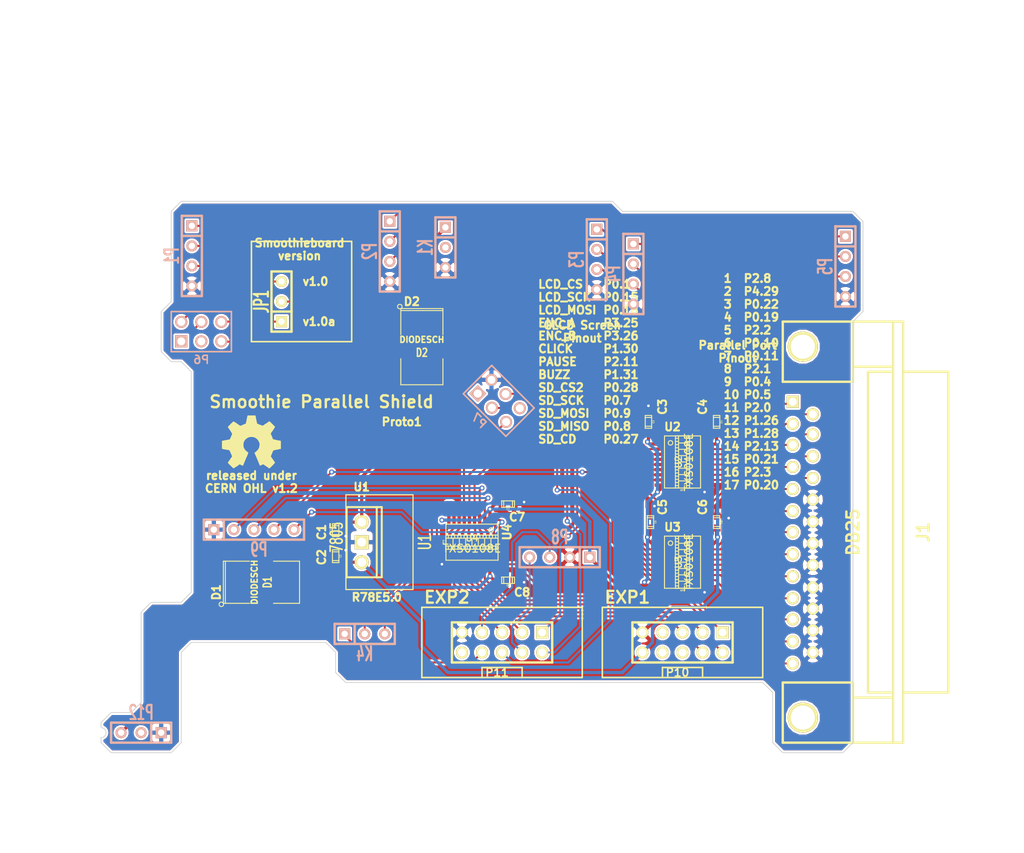
<source format=kicad_pcb>
(kicad_pcb (version 3) (host pcbnew "(2013-05-31 BZR 4019)-stable")
  (layers (15 F.Cu signal) (0 B.Cu signal) (18 B.Paste user) (19 F.Paste user) (20 B.SilkS user) (21 F.SilkS user) (22 B.Mask user) (23 F.Mask user) (28 Edge.Cuts user))
  (net 0 "")
  (net 1 /3.3V)
  (net 2 /5V)
  (net 3 /5VIN)
  (net 4 /DIR1)
  (net 5 /DIR2)
  (net 6 /DIR3)
  (net 7 /DIR4)
  (net 8 /DIR5)
  (net 9 /EN1)
  (net 10 /EN2)
  (net 11 /EN3)
  (net 12 /EN4)
  (net 13 /EN5)
  (net 14 /GND)
  (net 15 /LCD_MOSI)
  (net 16 /LCD_MOSI_5V)
  (net 17 /LCD_SCK)
  (net 18 /LCD_SCK_5V)
  (net 19 /LCD_SSEL)
  (net 20 /LCD_SSEL_5V)
  (net 21 /P1)
  (net 22 /P1.22)
  (net 23 /P1.23)
  (net 24 /P1.30)
  (net 25 /P1.30_5V)
  (net 26 /P1.31)
  (net 27 /P1.31_5V)
  (net 28 /P10)
  (net 29 /P11)
  (net 30 /P12)
  (net 31 /P13)
  (net 32 /P14)
  (net 33 /P15)
  (net 34 /P16)
  (net 35 /P17)
  (net 36 /P2)
  (net 37 /P2.11)
  (net 38 /P3)
  (net 39 /P3.25)
  (net 40 /P3.25_5V)
  (net 41 /P3.26)
  (net 42 /P3.26_5V)
  (net 43 /P4)
  (net 44 /P5)
  (net 45 /P6)
  (net 46 /P7)
  (net 47 /P8)
  (net 48 /P9)
  (net 49 /SD_CD)
  (net 50 /SD_MISO)
  (net 51 /SD_MISO_NEW)
  (net 52 /SD_MISO_OLD)
  (net 53 /SD_MOSI)
  (net 54 /SD_SCK)
  (net 55 /SD_SSEL2)
  (net 56 /STEP1)
  (net 57 /STEP2)
  (net 58 /STEP3)
  (net 59 /STEP4)
  (net 60 /STEP5)
  (net 61 /VBB)
  (net 62 /VBB_REG)
  (module tssop-20 (layer F.Cu) (at 111.76 96.52 270)
    (fp_text reference U3 (at 0 0.508 270) (layer F.SilkS) (effects (font (size 0.8001 0.8001) (thickness 0.14986))))
    (fp_text value TXS0108E (at 0 -0.8001 270) (layer F.SilkS) (effects (font (size 1.00076 1.00076) (thickness 0.14986))))
    (pad 5 smd rect (at -0.32512 2.79908 270) (size 0.4191 1.47066) (layers F.Cu F.Paste F.Mask) (net 57 /STEP2))
    (pad 6 smd rect (at 0.32512 2.79908 270) (size 0.4191 1.47066) (layers F.Cu F.Paste F.Mask) (net 9 /EN1))
    (pad 7 smd rect (at 0.97536 2.79908 270) (size 0.4191 1.47066) (layers F.Cu F.Paste F.Mask) (net 4 /DIR1))
    (pad 8 smd rect (at 1.6256 2.79908 270) (size 0.4191 1.47066) (layers F.Cu F.Paste F.Mask) (net 56 /STEP1))
    (pad 19 smd rect (at -2.26568 -2.794 270) (size 0.4191 1.47066) (layers F.Cu F.Paste F.Mask) (net 2 /5V))
    (pad 2 smd rect (at -2.27584 2.79908 270) (size 0.4191 1.47066) (layers F.Cu F.Paste F.Mask) (net 1 /3.3V))
    (pad 3 smd rect (at -1.6256 2.79908 270) (size 0.4191 1.47066) (layers F.Cu F.Paste F.Mask) (net 10 /EN2))
    (pad 4 smd rect (at -0.97536 2.79908 270) (size 0.4191 1.47066) (layers F.Cu F.Paste F.Mask) (net 5 /DIR2))
    (pad 12 smd rect (at 2.27584 -2.79908 270) (size 0.4191 1.47066) (layers F.Cu F.Paste F.Mask) (net 30 /P12))
    (pad 13 smd rect (at 1.6256 -2.79908 270) (size 0.4191 1.47066) (layers F.Cu F.Paste F.Mask) (net 29 /P11))
    (pad 14 smd rect (at 0.97536 -2.79908 270) (size 0.4191 1.47066) (layers F.Cu F.Paste F.Mask) (net 28 /P10))
    (pad 15 smd rect (at 0.32512 -2.79908 270) (size 0.4191 1.47066) (layers F.Cu F.Paste F.Mask) (net 48 /P9))
    (pad 16 smd rect (at -0.32512 -2.79908 270) (size 0.4191 1.47066) (layers F.Cu F.Paste F.Mask) (net 47 /P8))
    (pad 17 smd rect (at -0.97536 -2.79908 270) (size 0.4191 1.47066) (layers F.Cu F.Paste F.Mask) (net 46 /P7))
    (pad 9 smd rect (at 2.27584 2.79908 270) (size 0.4191 1.47066) (layers F.Cu F.Paste F.Mask) (net 23 /P1.23))
    (pad 18 smd rect (at -1.6256 -2.794 270) (size 0.4191 1.47066) (layers F.Cu F.Paste F.Mask) (net 45 /P6))
    (pad 1 smd rect (at -2.92608 2.79908 270) (size 0.4191 1.47066) (layers F.Cu F.Paste F.Mask) (net 58 /STEP3))
    (pad 10 smd rect (at 2.92608 2.79908 270) (size 0.4191 1.47066) (layers F.Cu F.Paste F.Mask) (net 1 /3.3V))
    (pad 11 smd rect (at 2.92608 -2.79908 270) (size 0.4191 1.47066) (layers F.Cu F.Paste F.Mask) (net 14 /GND))
    (pad 20 smd rect (at -2.92608 -2.79908 270) (size 0.4191 1.47066) (layers F.Cu F.Paste F.Mask) (net 44 /P5))
  )
  (module tssop-20 (layer F.Cu) (at 85.09 93.98 180)
    (fp_text reference U4 (at 0 0.508 180) (layer F.SilkS) (effects (font (size 0.8001 0.8001) (thickness 0.14986))))
    (fp_text value TXS0108E (at 0 -0.8001 180) (layer F.SilkS) (effects (font (size 1.00076 1.00076) (thickness 0.14986))))
    (pad 5 smd rect (at -0.32512 2.79908 180) (size 0.4191 1.47066) (layers F.Cu F.Paste F.Mask) (net 15 /LCD_MOSI))
    (pad 6 smd rect (at 0.32512 2.79908 180) (size 0.4191 1.47066) (layers F.Cu F.Paste F.Mask) (net 19 /LCD_SSEL))
    (pad 7 smd rect (at 0.97536 2.79908 180) (size 0.4191 1.47066) (layers F.Cu F.Paste F.Mask) (net 17 /LCD_SCK))
    (pad 8 smd rect (at 1.6256 2.79908 180) (size 0.4191 1.47066) (layers F.Cu F.Paste F.Mask) (net 41 /P3.26))
    (pad 19 smd rect (at -2.26568 -2.794 180) (size 0.4191 1.47066) (layers F.Cu F.Paste F.Mask) (net 2 /5V))
    (pad 2 smd rect (at -2.27584 2.79908 180) (size 0.4191 1.47066) (layers F.Cu F.Paste F.Mask) (net 1 /3.3V))
    (pad 3 smd rect (at -1.6256 2.79908 180) (size 0.4191 1.47066) (layers F.Cu F.Paste F.Mask) (net 26 /P1.31))
    (pad 4 smd rect (at -0.97536 2.79908 180) (size 0.4191 1.47066) (layers F.Cu F.Paste F.Mask) (net 24 /P1.30))
    (pad 12 smd rect (at 2.27584 -2.79908 180) (size 0.4191 1.47066) (layers F.Cu F.Paste F.Mask) (net 40 /P3.25_5V))
    (pad 13 smd rect (at 1.6256 -2.79908 180) (size 0.4191 1.47066) (layers F.Cu F.Paste F.Mask) (net 42 /P3.26_5V))
    (pad 14 smd rect (at 0.97536 -2.79908 180) (size 0.4191 1.47066) (layers F.Cu F.Paste F.Mask) (net 18 /LCD_SCK_5V))
    (pad 15 smd rect (at 0.32512 -2.79908 180) (size 0.4191 1.47066) (layers F.Cu F.Paste F.Mask) (net 20 /LCD_SSEL_5V))
    (pad 16 smd rect (at -0.32512 -2.79908 180) (size 0.4191 1.47066) (layers F.Cu F.Paste F.Mask) (net 16 /LCD_MOSI_5V))
    (pad 17 smd rect (at -0.97536 -2.79908 180) (size 0.4191 1.47066) (layers F.Cu F.Paste F.Mask) (net 25 /P1.30_5V))
    (pad 9 smd rect (at 2.27584 2.79908 180) (size 0.4191 1.47066) (layers F.Cu F.Paste F.Mask) (net 39 /P3.25))
    (pad 18 smd rect (at -1.6256 -2.794 180) (size 0.4191 1.47066) (layers F.Cu F.Paste F.Mask) (net 27 /P1.31_5V))
    (pad 1 smd rect (at -2.92608 2.79908 180) (size 0.4191 1.47066) (layers F.Cu F.Paste F.Mask) (net 22 /P1.22))
    (pad 10 smd rect (at 2.92608 2.79908 180) (size 0.4191 1.47066) (layers F.Cu F.Paste F.Mask) (net 1 /3.3V))
    (pad 11 smd rect (at 2.92608 -2.79908 180) (size 0.4191 1.47066) (layers F.Cu F.Paste F.Mask) (net 14 /GND))
    (pad 20 smd rect (at -2.92608 -2.79908 180) (size 0.4191 1.47066) (layers F.Cu F.Paste F.Mask) (net 31 /P13))
  )
  (module tssop-20 (layer F.Cu) (at 111.76 83.82 270)
    (fp_text reference U2 (at 0 0.508 270) (layer F.SilkS) (effects (font (size 0.8001 0.8001) (thickness 0.14986))))
    (fp_text value TXS0108E (at 0 -0.8001 270) (layer F.SilkS) (effects (font (size 1.00076 1.00076) (thickness 0.14986))))
    (pad 5 smd rect (at -0.32512 2.79908 270) (size 0.4191 1.47066) (layers F.Cu F.Paste F.Mask) (net 12 /EN4))
    (pad 6 smd rect (at 0.32512 2.79908 270) (size 0.4191 1.47066) (layers F.Cu F.Paste F.Mask) (net 7 /DIR4))
    (pad 7 smd rect (at 0.97536 2.79908 270) (size 0.4191 1.47066) (layers F.Cu F.Paste F.Mask) (net 59 /STEP4))
    (pad 8 smd rect (at 1.6256 2.79908 270) (size 0.4191 1.47066) (layers F.Cu F.Paste F.Mask) (net 11 /EN3))
    (pad 19 smd rect (at -2.26568 -2.794 270) (size 0.4191 1.47066) (layers F.Cu F.Paste F.Mask) (net 2 /5V))
    (pad 2 smd rect (at -2.27584 2.79908 270) (size 0.4191 1.47066) (layers F.Cu F.Paste F.Mask) (net 1 /3.3V))
    (pad 3 smd rect (at -1.6256 2.79908 270) (size 0.4191 1.47066) (layers F.Cu F.Paste F.Mask) (net 8 /DIR5))
    (pad 4 smd rect (at -0.97536 2.79908 270) (size 0.4191 1.47066) (layers F.Cu F.Paste F.Mask) (net 13 /EN5))
    (pad 12 smd rect (at 2.27584 -2.79908 270) (size 0.4191 1.47066) (layers F.Cu F.Paste F.Mask) (net 35 /P17))
    (pad 13 smd rect (at 1.6256 -2.79908 270) (size 0.4191 1.47066) (layers F.Cu F.Paste F.Mask) (net 43 /P4))
    (pad 14 smd rect (at 0.97536 -2.79908 270) (size 0.4191 1.47066) (layers F.Cu F.Paste F.Mask) (net 34 /P16))
    (pad 15 smd rect (at 0.32512 -2.79908 270) (size 0.4191 1.47066) (layers F.Cu F.Paste F.Mask) (net 38 /P3))
    (pad 16 smd rect (at -0.32512 -2.79908 270) (size 0.4191 1.47066) (layers F.Cu F.Paste F.Mask) (net 33 /P15))
    (pad 17 smd rect (at -0.97536 -2.79908 270) (size 0.4191 1.47066) (layers F.Cu F.Paste F.Mask) (net 36 /P2))
    (pad 9 smd rect (at 2.27584 2.79908 270) (size 0.4191 1.47066) (layers F.Cu F.Paste F.Mask) (net 6 /DIR3))
    (pad 18 smd rect (at -1.6256 -2.794 270) (size 0.4191 1.47066) (layers F.Cu F.Paste F.Mask) (net 32 /P14))
    (pad 1 smd rect (at -2.92608 2.79908 270) (size 0.4191 1.47066) (layers F.Cu F.Paste F.Mask) (net 60 /STEP5))
    (pad 10 smd rect (at 2.92608 2.79908 270) (size 0.4191 1.47066) (layers F.Cu F.Paste F.Mask) (net 1 /3.3V))
    (pad 11 smd rect (at 2.92608 -2.79908 270) (size 0.4191 1.47066) (layers F.Cu F.Paste F.Mask) (net 14 /GND))
    (pad 20 smd rect (at -2.92608 -2.79908 270) (size 0.4191 1.47066) (layers F.Cu F.Paste F.Mask) (net 21 /P1))
  )
  (module SM2112L (layer F.Cu) (at 58.42 99.06)
    (fp_text reference D1 (at 0.762 0 90) (layer F.SilkS) (effects (font (size 1.016 0.762) (thickness 0.2032))))
    (fp_text value DIODESCH (at -0.889 0 90) (layer F.SilkS) (effects (font (size 0.762 0.762) (thickness 0.2032))))
    (pad 2 smd rect (at 3.175 0) (size 2.794 4.826) (layers F.Cu F.Paste F.Mask) (net 2 /5V))
    (pad 1 smd rect (at -3.175 0) (size 2.794 4.826) (layers F.Cu F.Paste F.Mask) (net 3 /5VIN))
  )
  (module SM2112L (layer F.Cu) (at 78.74 69.215 270)
    (fp_text reference D2 (at 0.762 0 360) (layer F.SilkS) (effects (font (size 1.016 0.762) (thickness 0.2032))))
    (fp_text value DIODESCH (at -0.889 0 360) (layer F.SilkS) (effects (font (size 0.762 0.762) (thickness 0.2032))))
    (pad 2 smd rect (at 3.175 0 270) (size 2.794 4.826) (layers F.Cu F.Paste F.Mask) (net 62 /VBB_REG))
    (pad 1 smd rect (at -3.175 0 270) (size 2.794 4.826) (layers F.Cu F.Paste F.Mask) (net 61 /VBB))
  )
  (module SIL-5 (layer B.Cu) (at 58.7375 92.3925)
    (fp_text reference P9 (at -0.635 2.54) (layer B.SilkS) (effects (font (size 1.72974 1.08712) (thickness 0.3048)) (justify mirror)))
    (fp_text value CONN_5 hide)
    (pad 1 thru_hole rect (at -6.35 0) (size 1.397 1.397) (drill 0.8128) (layers *.Cu *.Mask B.SilkS) (net 14 /GND))
    (pad 2 thru_hole circle (at -3.81 0) (size 1.397 1.397) (drill 0.8128) (layers *.Cu *.Mask B.SilkS) (net 24 /P1.30))
    (pad 3 thru_hole circle (at -1.27 0) (size 1.397 1.397) (drill 0.8128) (layers *.Cu *.Mask B.SilkS) (net 26 /P1.31))
    (pad 4 thru_hole circle (at 1.27 0) (size 1.397 1.397) (drill 0.8128) (layers *.Cu *.Mask B.SilkS) (net 23 /P1.23))
    (pad 5 thru_hole circle (at 3.81 0) (size 1.397 1.397) (drill 0.8128) (layers *.Cu *.Mask B.SilkS) (net 22 /P1.22))
  )
  (module SIL-4 (layer B.Cu) (at 132.3975 59.055 270)
    (fp_text reference P5 (at 0 2.54 270) (layer B.SilkS) (effects (font (size 1.73482 1.08712) (thickness 0.3048)) (justify mirror)))
    (fp_text value CONN_4 hide)
    (pad 1 thru_hole rect (at -3.81 0 270) (size 1.397 1.397) (drill 0.8128) (layers *.Cu *.Mask B.SilkS) (net 13 /EN5))
    (pad 2 thru_hole circle (at -1.27 0 270) (size 1.397 1.397) (drill 0.8128) (layers *.Cu *.Mask B.SilkS) (net 8 /DIR5))
    (pad 3 thru_hole circle (at 1.27 0 270) (size 1.397 1.397) (drill 0.8128) (layers *.Cu *.Mask B.SilkS) (net 60 /STEP5))
    (pad 4 thru_hole circle (at 3.81 0 270) (size 1.397 1.397) (drill 0.8128) (layers *.Cu *.Mask B.SilkS) (net 14 /GND))
  )
  (module SIL-4 (layer B.Cu) (at 96.2025 95.885 180)
    (fp_text reference P8 (at 0 2.54 180) (layer B.SilkS) (effects (font (size 1.73482 1.08712) (thickness 0.3048)) (justify mirror)))
    (fp_text value CONN_4 hide)
    (pad 1 thru_hole rect (at -3.81 0 180) (size 1.397 1.397) (drill 0.8128) (layers *.Cu *.Mask B.SilkS) (net 1 /3.3V))
    (pad 2 thru_hole circle (at -1.27 0 180) (size 1.397 1.397) (drill 0.8128) (layers *.Cu *.Mask B.SilkS) (net 14 /GND))
    (pad 3 thru_hole circle (at 1.27 0 180) (size 1.397 1.397) (drill 0.8128) (layers *.Cu *.Mask B.SilkS) (net 49 /SD_CD))
    (pad 4 thru_hole circle (at 3.81 0 180) (size 1.397 1.397) (drill 0.8128) (layers *.Cu *.Mask B.SilkS) (net 55 /SD_SSEL2))
  )
  (module SIL-4 (layer B.Cu) (at 105.537 60.0075 270)
    (fp_text reference P4 (at 0 2.54 270) (layer B.SilkS) (effects (font (size 1.73482 1.08712) (thickness 0.3048)) (justify mirror)))
    (fp_text value CONN_4 hide)
    (pad 1 thru_hole rect (at -3.81 0 270) (size 1.397 1.397) (drill 0.8128) (layers *.Cu *.Mask B.SilkS) (net 12 /EN4))
    (pad 2 thru_hole circle (at -1.27 0 270) (size 1.397 1.397) (drill 0.8128) (layers *.Cu *.Mask B.SilkS) (net 7 /DIR4))
    (pad 3 thru_hole circle (at 1.27 0 270) (size 1.397 1.397) (drill 0.8128) (layers *.Cu *.Mask B.SilkS) (net 59 /STEP4))
    (pad 4 thru_hole circle (at 3.81 0 270) (size 1.397 1.397) (drill 0.8128) (layers *.Cu *.Mask B.SilkS) (net 14 /GND))
  )
  (module SIL-4 (layer B.Cu) (at 100.9015 58.166 270)
    (fp_text reference P3 (at 0 2.54 270) (layer B.SilkS) (effects (font (size 1.73482 1.08712) (thickness 0.3048)) (justify mirror)))
    (fp_text value CONN_4 hide)
    (pad 1 thru_hole rect (at -3.81 0 270) (size 1.397 1.397) (drill 0.8128) (layers *.Cu *.Mask B.SilkS) (net 11 /EN3))
    (pad 2 thru_hole circle (at -1.27 0 270) (size 1.397 1.397) (drill 0.8128) (layers *.Cu *.Mask B.SilkS) (net 6 /DIR3))
    (pad 3 thru_hole circle (at 1.27 0 270) (size 1.397 1.397) (drill 0.8128) (layers *.Cu *.Mask B.SilkS) (net 58 /STEP3))
    (pad 4 thru_hole circle (at 3.81 0 270) (size 1.397 1.397) (drill 0.8128) (layers *.Cu *.Mask B.SilkS) (net 14 /GND))
  )
  (module SIL-4 (layer B.Cu) (at 74.676 57.15 270)
    (fp_text reference P2 (at 0 2.54 270) (layer B.SilkS) (effects (font (size 1.73482 1.08712) (thickness 0.3048)) (justify mirror)))
    (fp_text value CONN_4 hide)
    (pad 1 thru_hole rect (at -3.81 0 270) (size 1.397 1.397) (drill 0.8128) (layers *.Cu *.Mask B.SilkS) (net 10 /EN2))
    (pad 2 thru_hole circle (at -1.27 0 270) (size 1.397 1.397) (drill 0.8128) (layers *.Cu *.Mask B.SilkS) (net 5 /DIR2))
    (pad 3 thru_hole circle (at 1.27 0 270) (size 1.397 1.397) (drill 0.8128) (layers *.Cu *.Mask B.SilkS) (net 57 /STEP2))
    (pad 4 thru_hole circle (at 3.81 0 270) (size 1.397 1.397) (drill 0.8128) (layers *.Cu *.Mask B.SilkS) (net 14 /GND))
  )
  (module SIL-4 (layer B.Cu) (at 49.60366 57.7215 270)
    (fp_text reference P1 (at 0 2.54 270) (layer B.SilkS) (effects (font (size 1.73482 1.08712) (thickness 0.3048)) (justify mirror)))
    (fp_text value CONN_4 hide)
    (pad 1 thru_hole rect (at -3.81 0 270) (size 1.397 1.397) (drill 0.8128) (layers *.Cu *.Mask B.SilkS) (net 9 /EN1))
    (pad 2 thru_hole circle (at -1.27 0 270) (size 1.397 1.397) (drill 0.8128) (layers *.Cu *.Mask B.SilkS) (net 4 /DIR1))
    (pad 3 thru_hole circle (at 1.27 0 270) (size 1.397 1.397) (drill 0.8128) (layers *.Cu *.Mask B.SilkS) (net 56 /STEP1))
    (pad 4 thru_hole circle (at 3.81 0 270) (size 1.397 1.397) (drill 0.8128) (layers *.Cu *.Mask B.SilkS) (net 14 /GND))
  )
  (module SIL-3 (layer B.Cu) (at 81.7245 56.642 270)
    (fp_text reference K1 (at 0 2.54 270) (layer B.SilkS) (effects (font (size 1.7907 1.07696) (thickness 0.3048)) (justify mirror)))
    (fp_text value CONN_3 hide)
    (pad 1 thru_hole rect (at -2.54 0 270) (size 1.397 1.397) (drill 0.8128) (layers *.Cu *.Mask B.SilkS) (net 61 /VBB))
    (pad 2 thru_hole circle (at 0 0 270) (size 1.397 1.397) (drill 0.8128) (layers *.Cu *.Mask B.SilkS))
    (pad 3 thru_hole circle (at 2.54 0 270) (size 1.397 1.397) (drill 0.8128) (layers *.Cu *.Mask B.SilkS) (net 14 /GND))
  )
  (module SIL-3 (layer F.Cu) (at 60.96 63.5 90)
    (fp_text reference JP1 (at 0 -2.54 90) (layer F.SilkS) (effects (font (size 1.7907 1.07696) (thickness 0.3048))))
    (fp_text value JUMPER3 hide)
    (pad 1 thru_hole rect (at -2.54 0 90) (size 1.397 1.397) (drill 0.8128) (layers *.Cu *.Mask F.SilkS) (net 51 /SD_MISO_NEW))
    (pad 2 thru_hole circle (at 0 0 90) (size 1.397 1.397) (drill 0.8128) (layers *.Cu *.Mask F.SilkS) (net 50 /SD_MISO))
    (pad 3 thru_hole circle (at 2.54 0 90) (size 1.397 1.397) (drill 0.8128) (layers *.Cu *.Mask F.SilkS) (net 52 /SD_MISO_OLD))
  )
  (module SIL-3 (layer B.Cu) (at 71.501 105.6005)
    (fp_text reference K4 (at 0 2.54) (layer B.SilkS) (effects (font (size 1.7907 1.07696) (thickness 0.3048)) (justify mirror)))
    (fp_text value CONN_3 hide)
    (pad 1 thru_hole rect (at -2.54 0) (size 1.397 1.397) (drill 0.8128) (layers *.Cu *.Mask B.SilkS) (net 37 /P2.11))
    (pad 2 thru_hole circle (at 0 0) (size 1.397 1.397) (drill 0.8128) (layers *.Cu *.Mask B.SilkS) (net 41 /P3.26))
    (pad 3 thru_hole circle (at 2.54 0) (size 1.397 1.397) (drill 0.8128) (layers *.Cu *.Mask B.SilkS) (net 39 /P3.25))
  )
  (module PIN_ARRAY_5x2 (layer F.Cu) (at 88.9 106.68 180)
    (fp_text reference P11 (at 0.635 -3.81 180) (layer F.SilkS) (effects (font (size 1.016 1.016) (thickness 0.2032))))
    (fp_text value CONN_5X2 hide)
    (pad 1 thru_hole rect (at -5.08 1.27 180) (size 1.524 1.524) (drill 1.016) (layers *.Cu *.Mask F.SilkS) (net 50 /SD_MISO))
    (pad 2 thru_hole circle (at -5.08 -1.27 180) (size 1.524 1.524) (drill 1.016) (layers *.Cu *.Mask F.SilkS) (net 54 /SD_SCK))
    (pad 3 thru_hole circle (at -2.54 1.27 180) (size 1.524 1.524) (drill 1.016) (layers *.Cu *.Mask F.SilkS) (net 42 /P3.26_5V))
    (pad 4 thru_hole circle (at -2.54 -1.27 180) (size 1.524 1.524) (drill 1.016) (layers *.Cu *.Mask F.SilkS) (net 55 /SD_SSEL2))
    (pad 5 thru_hole circle (at 0 1.27 180) (size 1.524 1.524) (drill 1.016) (layers *.Cu *.Mask F.SilkS) (net 40 /P3.25_5V))
    (pad 6 thru_hole circle (at 0 -1.27 180) (size 1.524 1.524) (drill 1.016) (layers *.Cu *.Mask F.SilkS) (net 53 /SD_MOSI))
    (pad 7 thru_hole circle (at 2.54 1.27 180) (size 1.524 1.524) (drill 1.016) (layers *.Cu *.Mask F.SilkS) (net 49 /SD_CD))
    (pad 8 thru_hole circle (at 2.54 -1.27 180) (size 1.524 1.524) (drill 1.016) (layers *.Cu *.Mask F.SilkS) (net 37 /P2.11))
    (pad 9 thru_hole circle (at 5.08 1.27 180) (size 1.524 1.524) (drill 1.016) (layers *.Cu *.Mask F.SilkS) (net 14 /GND))
    (pad 10 thru_hole circle (at 5.08 -1.27 180) (size 1.524 1.524) (drill 1.016) (layers *.Cu *.Mask F.SilkS))
  )
  (module PIN_ARRAY_5x2 (layer F.Cu) (at 111.76 106.68 180)
    (fp_text reference P10 (at 0.635 -3.81 180) (layer F.SilkS) (effects (font (size 1.016 1.016) (thickness 0.2032))))
    (fp_text value CONN_5X2 hide)
    (pad 1 thru_hole rect (at -5.08 1.27 180) (size 1.524 1.524) (drill 1.016) (layers *.Cu *.Mask F.SilkS) (net 27 /P1.31_5V))
    (pad 2 thru_hole circle (at -5.08 -1.27 180) (size 1.524 1.524) (drill 1.016) (layers *.Cu *.Mask F.SilkS) (net 25 /P1.30_5V))
    (pad 3 thru_hole circle (at -2.54 1.27 180) (size 1.524 1.524) (drill 1.016) (layers *.Cu *.Mask F.SilkS) (net 16 /LCD_MOSI_5V))
    (pad 4 thru_hole circle (at -2.54 -1.27 180) (size 1.524 1.524) (drill 1.016) (layers *.Cu *.Mask F.SilkS) (net 20 /LCD_SSEL_5V))
    (pad 5 thru_hole circle (at 0 1.27 180) (size 1.524 1.524) (drill 1.016) (layers *.Cu *.Mask F.SilkS) (net 18 /LCD_SCK_5V))
    (pad 6 thru_hole circle (at 0 -1.27 180) (size 1.524 1.524) (drill 1.016) (layers *.Cu *.Mask F.SilkS))
    (pad 7 thru_hole circle (at 2.54 1.27 180) (size 1.524 1.524) (drill 1.016) (layers *.Cu *.Mask F.SilkS))
    (pad 8 thru_hole circle (at 2.54 -1.27 180) (size 1.524 1.524) (drill 1.016) (layers *.Cu *.Mask F.SilkS))
    (pad 9 thru_hole circle (at 5.08 1.27 180) (size 1.524 1.524) (drill 1.016) (layers *.Cu *.Mask F.SilkS) (net 14 /GND))
    (pad 10 thru_hole circle (at 5.08 -1.27 180) (size 1.524 1.524) (drill 1.016) (layers *.Cu *.Mask F.SilkS) (net 2 /5V))
  )
  (module R-78E05 (layer F.Cu) (at 71.12 93.98)
    (fp_text reference U1 (at 8 0 90) (layer F.SilkS) (effects (font (size 1.524 1.016) (thickness 0.2032))))
    (fp_text value 7805 (at -3.175 -0.635 90) (layer F.SilkS) (effects (font (size 1.524 1.016) (thickness 0.2032))))
    (pad VI thru_hole circle (at 0 -2.54) (size 1.778 1.778) (drill 1.143) (layers *.Cu *.Mask F.SilkS) (net 62 /VBB_REG))
    (pad GND thru_hole rect (at 0 0) (size 1.778 1.778) (drill 1.143) (layers *.Cu *.Mask F.SilkS) (net 14 /GND))
    (pad VO thru_hole circle (at 0 2.54) (size 1.778 1.778) (drill 1.143) (layers *.Cu *.Mask F.SilkS) (net 2 /5V))
  )
  (module r_cat16-8 (layer F.Cu) (at 111.76 83.82 180)
    (fp_text reference RP1 (at 0 -3.59918 180) (layer F.SilkS) (effects (font (size 0.20066 0.20066) (thickness 0.04064))))
    (fp_text value R_PACK8 hide)
    (pad 4 smd rect (at 0.762 0.39878 180) (size 0.762 0.4318) (layers F.Cu F.Paste F.Mask) (net 12 /EN4))
    (pad 13 smd rect (at -0.762 0.39878 180) (size 0.762 0.4318) (layers F.Cu F.Paste F.Mask) (net 33 /P15))
    (pad 5 smd rect (at 0.762 -0.39878 180) (size 0.762 0.4318) (layers F.Cu F.Paste F.Mask) (net 7 /DIR4))
    (pad 12 smd rect (at -0.762 -0.39878 180) (size 0.762 0.4318) (layers F.Cu F.Paste F.Mask) (net 38 /P3))
    (pad 3 smd rect (at 0.762 1.19888 180) (size 0.762 0.4318) (layers F.Cu F.Paste F.Mask) (net 13 /EN5))
    (pad 6 smd rect (at 0.762 -1.19888 180) (size 0.762 0.4318) (layers F.Cu F.Paste F.Mask) (net 59 /STEP4))
    (pad 11 smd rect (at -0.762 -1.19888 180) (size 0.762 0.4318) (layers F.Cu F.Paste F.Mask) (net 34 /P16))
    (pad 14 smd rect (at -0.762 1.19888 180) (size 0.762 0.4318) (layers F.Cu F.Paste F.Mask) (net 36 /P2))
    (pad 7 smd rect (at 0.762 -1.99898 180) (size 0.762 0.4318) (layers F.Cu F.Paste F.Mask) (net 11 /EN3))
    (pad 8 smd rect (at 0.762 -2.79908 180) (size 0.762 0.4318) (layers F.Cu F.Paste F.Mask) (net 6 /DIR3))
    (pad 1 smd rect (at 0.762 2.79908 180) (size 0.762 0.4318) (layers F.Cu F.Paste F.Mask) (net 60 /STEP5))
    (pad 2 smd rect (at 0.762 1.99898 180) (size 0.762 0.4318) (layers F.Cu F.Paste F.Mask) (net 8 /DIR5))
    (pad 15 smd rect (at -0.762 1.99898 180) (size 0.762 0.4318) (layers F.Cu F.Paste F.Mask) (net 32 /P14))
    (pad 16 smd rect (at -0.762 2.79908 180) (size 0.762 0.4318) (layers F.Cu F.Paste F.Mask) (net 21 /P1))
    (pad 9 smd rect (at -0.762 -2.79908 180) (size 0.762 0.4318) (layers F.Cu F.Paste F.Mask) (net 35 /P17))
    (pad 10 smd rect (at -0.762 -1.99898 180) (size 0.762 0.4318) (layers F.Cu F.Paste F.Mask) (net 43 /P4))
  )
  (module r_cat16-8 (layer F.Cu) (at 111.76 96.52 180)
    (fp_text reference RP2 (at 0 -3.59918 180) (layer F.SilkS) (effects (font (size 0.20066 0.20066) (thickness 0.04064))))
    (fp_text value R_PACK8 hide)
    (pad 4 smd rect (at 0.762 0.39878 180) (size 0.762 0.4318) (layers F.Cu F.Paste F.Mask) (net 57 /STEP2))
    (pad 13 smd rect (at -0.762 0.39878 180) (size 0.762 0.4318) (layers F.Cu F.Paste F.Mask) (net 47 /P8))
    (pad 5 smd rect (at 0.762 -0.39878 180) (size 0.762 0.4318) (layers F.Cu F.Paste F.Mask) (net 9 /EN1))
    (pad 12 smd rect (at -0.762 -0.39878 180) (size 0.762 0.4318) (layers F.Cu F.Paste F.Mask) (net 48 /P9))
    (pad 3 smd rect (at 0.762 1.19888 180) (size 0.762 0.4318) (layers F.Cu F.Paste F.Mask) (net 5 /DIR2))
    (pad 6 smd rect (at 0.762 -1.19888 180) (size 0.762 0.4318) (layers F.Cu F.Paste F.Mask) (net 4 /DIR1))
    (pad 11 smd rect (at -0.762 -1.19888 180) (size 0.762 0.4318) (layers F.Cu F.Paste F.Mask) (net 28 /P10))
    (pad 14 smd rect (at -0.762 1.19888 180) (size 0.762 0.4318) (layers F.Cu F.Paste F.Mask) (net 46 /P7))
    (pad 7 smd rect (at 0.762 -1.99898 180) (size 0.762 0.4318) (layers F.Cu F.Paste F.Mask) (net 56 /STEP1))
    (pad 8 smd rect (at 0.762 -2.79908 180) (size 0.762 0.4318) (layers F.Cu F.Paste F.Mask) (net 23 /P1.23))
    (pad 1 smd rect (at 0.762 2.79908 180) (size 0.762 0.4318) (layers F.Cu F.Paste F.Mask) (net 58 /STEP3))
    (pad 2 smd rect (at 0.762 1.99898 180) (size 0.762 0.4318) (layers F.Cu F.Paste F.Mask) (net 10 /EN2))
    (pad 15 smd rect (at -0.762 1.99898 180) (size 0.762 0.4318) (layers F.Cu F.Paste F.Mask) (net 45 /P6))
    (pad 16 smd rect (at -0.762 2.79908 180) (size 0.762 0.4318) (layers F.Cu F.Paste F.Mask) (net 44 /P5))
    (pad 9 smd rect (at -0.762 -2.79908 180) (size 0.762 0.4318) (layers F.Cu F.Paste F.Mask) (net 30 /P12))
    (pad 10 smd rect (at -0.762 -1.99898 180) (size 0.762 0.4318) (layers F.Cu F.Paste F.Mask) (net 29 /P11))
  )
  (module r_cat16-8 (layer F.Cu) (at 85.09 93.98 90)
    (fp_text reference RP3 (at 0 -3.59918 90) (layer F.SilkS) (effects (font (size 0.20066 0.20066) (thickness 0.04064))))
    (fp_text value R_PACK8 hide)
    (pad 4 smd rect (at 0.762 0.39878 90) (size 0.762 0.4318) (layers F.Cu F.Paste F.Mask) (net 15 /LCD_MOSI))
    (pad 13 smd rect (at -0.762 0.39878 90) (size 0.762 0.4318) (layers F.Cu F.Paste F.Mask) (net 16 /LCD_MOSI_5V))
    (pad 5 smd rect (at 0.762 -0.39878 90) (size 0.762 0.4318) (layers F.Cu F.Paste F.Mask) (net 19 /LCD_SSEL))
    (pad 12 smd rect (at -0.762 -0.39878 90) (size 0.762 0.4318) (layers F.Cu F.Paste F.Mask) (net 20 /LCD_SSEL_5V))
    (pad 3 smd rect (at 0.762 1.19888 90) (size 0.762 0.4318) (layers F.Cu F.Paste F.Mask) (net 24 /P1.30))
    (pad 6 smd rect (at 0.762 -1.19888 90) (size 0.762 0.4318) (layers F.Cu F.Paste F.Mask) (net 17 /LCD_SCK))
    (pad 11 smd rect (at -0.762 -1.19888 90) (size 0.762 0.4318) (layers F.Cu F.Paste F.Mask) (net 18 /LCD_SCK_5V))
    (pad 14 smd rect (at -0.762 1.19888 90) (size 0.762 0.4318) (layers F.Cu F.Paste F.Mask) (net 25 /P1.30_5V))
    (pad 7 smd rect (at 0.762 -1.99898 90) (size 0.762 0.4318) (layers F.Cu F.Paste F.Mask) (net 41 /P3.26))
    (pad 8 smd rect (at 0.762 -2.79908 90) (size 0.762 0.4318) (layers F.Cu F.Paste F.Mask) (net 39 /P3.25))
    (pad 1 smd rect (at 0.762 2.79908 90) (size 0.762 0.4318) (layers F.Cu F.Paste F.Mask) (net 22 /P1.22))
    (pad 2 smd rect (at 0.762 1.99898 90) (size 0.762 0.4318) (layers F.Cu F.Paste F.Mask) (net 26 /P1.31))
    (pad 15 smd rect (at -0.762 1.99898 90) (size 0.762 0.4318) (layers F.Cu F.Paste F.Mask) (net 27 /P1.31_5V))
    (pad 16 smd rect (at -0.762 2.79908 90) (size 0.762 0.4318) (layers F.Cu F.Paste F.Mask) (net 31 /P13))
    (pad 9 smd rect (at -0.762 -2.79908 90) (size 0.762 0.4318) (layers F.Cu F.Paste F.Mask) (net 40 /P3.25_5V))
    (pad 10 smd rect (at -0.762 -1.99898 90) (size 0.762 0.4318) (layers F.Cu F.Paste F.Mask) (net 42 /P3.26_5V))
  )
  (module c_0603 (layer F.Cu) (at 67.818 92.456 90)
    (fp_text reference C1 (at 0 -0.635 90) (layer F.SilkS) (effects (font (size 0.20066 0.20066) (thickness 0.04064))))
    (fp_text value C hide)
    (pad 1 smd rect (at 0.75184 0 90) (size 0.89916 1.00076) (layers F.Cu F.Paste F.Mask) (net 62 /VBB_REG))
    (pad 2 smd rect (at -0.75184 0 90) (size 0.89916 1.00076) (layers F.Cu F.Paste F.Mask) (net 14 /GND))
  )
  (module c_0603 (layer F.Cu) (at 67.818 95.758 270)
    (fp_text reference C2 (at 0 -0.635 270) (layer F.SilkS) (effects (font (size 0.20066 0.20066) (thickness 0.04064))))
    (fp_text value C hide)
    (pad 1 smd rect (at 0.75184 0 270) (size 0.89916 1.00076) (layers F.Cu F.Paste F.Mask) (net 2 /5V))
    (pad 2 smd rect (at -0.75184 0 270) (size 0.89916 1.00076) (layers F.Cu F.Paste F.Mask) (net 14 /GND))
  )
  (module c_0603 (layer F.Cu) (at 116.078 78.74 270)
    (fp_text reference C4 (at 0 -0.635 270) (layer F.SilkS) (effects (font (size 0.20066 0.20066) (thickness 0.04064))))
    (fp_text value C hide)
    (pad 1 smd rect (at 0.75184 0 270) (size 0.89916 1.00076) (layers F.Cu F.Paste F.Mask) (net 2 /5V))
    (pad 2 smd rect (at -0.75184 0 270) (size 0.89916 1.00076) (layers F.Cu F.Paste F.Mask) (net 14 /GND))
  )
  (module c_0603 (layer F.Cu) (at 116.078 91.44 270)
    (fp_text reference C6 (at 0 -0.635 270) (layer F.SilkS) (effects (font (size 0.20066 0.20066) (thickness 0.04064))))
    (fp_text value C hide)
    (pad 1 smd rect (at 0.75184 0 270) (size 0.89916 1.00076) (layers F.Cu F.Paste F.Mask) (net 2 /5V))
    (pad 2 smd rect (at -0.75184 0 270) (size 0.89916 1.00076) (layers F.Cu F.Paste F.Mask) (net 14 /GND))
  )
  (module c_0603 (layer F.Cu) (at 107.442 78.74 270)
    (fp_text reference C3 (at 0 -0.635 270) (layer F.SilkS) (effects (font (size 0.20066 0.20066) (thickness 0.04064))))
    (fp_text value C hide)
    (pad 1 smd rect (at 0.75184 0 270) (size 0.89916 1.00076) (layers F.Cu F.Paste F.Mask) (net 1 /3.3V))
    (pad 2 smd rect (at -0.75184 0 270) (size 0.89916 1.00076) (layers F.Cu F.Paste F.Mask) (net 14 /GND))
  )
  (module c_0603 (layer F.Cu) (at 107.696 91.44 270)
    (fp_text reference C5 (at 0 -0.635 270) (layer F.SilkS) (effects (font (size 0.20066 0.20066) (thickness 0.04064))))
    (fp_text value C hide)
    (pad 1 smd rect (at 0.75184 0 270) (size 0.89916 1.00076) (layers F.Cu F.Paste F.Mask) (net 1 /3.3V))
    (pad 2 smd rect (at -0.75184 0 270) (size 0.89916 1.00076) (layers F.Cu F.Paste F.Mask) (net 14 /GND))
  )
  (module c_0603 (layer F.Cu) (at 89.662 89.154 180)
    (fp_text reference C7 (at 0 -0.635 180) (layer F.SilkS) (effects (font (size 0.20066 0.20066) (thickness 0.04064))))
    (fp_text value C hide)
    (pad 1 smd rect (at 0.75184 0 180) (size 0.89916 1.00076) (layers F.Cu F.Paste F.Mask) (net 1 /3.3V))
    (pad 2 smd rect (at -0.75184 0 180) (size 0.89916 1.00076) (layers F.Cu F.Paste F.Mask) (net 14 /GND))
  )
  (module c_0603 (layer F.Cu) (at 89.662 98.806 180)
    (fp_text reference C8 (at 0 -0.635 180) (layer F.SilkS) (effects (font (size 0.20066 0.20066) (thickness 0.04064))))
    (fp_text value C hide)
    (pad 1 smd rect (at 0.75184 0 180) (size 0.89916 1.00076) (layers F.Cu F.Paste F.Mask) (net 2 /5V))
    (pad 2 smd rect (at -0.75184 0 180) (size 0.89916 1.00076) (layers F.Cu F.Paste F.Mask) (net 14 /GND))
  )
  (module OSHW-LOGO_SMALL (layer F.Cu) (at 57.15 81.28)
    (fp_text reference VAL hide)
    (fp_text value REF hide)
  )
  (module pin_array_3x2_pin1_REV (layer B.Cu) (at 48.26 66.04)
    (fp_text reference P6 (at 2.54 4.826) (layer B.SilkS) (effects (font (size 1.016 1.016) (thickness 0.2032)) (justify mirror)))
    (fp_text value CONN_3X2 hide)
    (pad 1 thru_hole rect (at 0 2.5) (size 1.524 1.524) (drill 1.016) (layers *.Cu *.Mask B.SilkS))
    (pad 2 thru_hole circle (at 0 0.04) (size 1.524 1.524) (drill 1.016) (layers *.Cu *.Mask B.SilkS) (net 52 /SD_MISO_OLD))
    (pad 3 thru_hole circle (at 2.54 2.5) (size 1.524 1.524) (drill 1.016) (layers *.Cu *.Mask B.SilkS))
    (pad 4 thru_hole circle (at 2.54 0.04) (size 1.524 1.524) (drill 1.016) (layers *.Cu *.Mask B.SilkS) (net 53 /SD_MOSI))
    (pad 5 thru_hole circle (at 5.08 2.5) (size 1.524 1.524) (drill 1.016) (layers *.Cu *.Mask B.SilkS) (net 54 /SD_SCK))
    (pad 6 thru_hole circle (at 5.08 0.04) (size 1.524 1.524) (drill 1.016) (layers *.Cu *.Mask B.SilkS) (net 51 /SD_MISO_NEW))
  )
  (module pin_array_3x2_pin1_REV (layer B.Cu) (at 87.584534 73.387966 315)
    (fp_text reference P7 (at 2.54 4.826 315) (layer B.SilkS) (effects (font (size 1.016 1.016) (thickness 0.2032)) (justify mirror)))
    (fp_text value CONN_3X2 hide)
    (pad 1 thru_hole rect (at 0 2.5 315) (size 1.524 1.524) (drill 1.016) (layers *.Cu *.Mask B.SilkS))
    (pad 2 thru_hole circle (at 0 0.04 315) (size 1.524 1.524) (drill 1.016) (layers *.Cu *.Mask B.SilkS) (net 14 /GND))
    (pad 3 thru_hole circle (at 2.54 2.5 315) (size 1.524 1.524) (drill 1.016) (layers *.Cu *.Mask B.SilkS) (net 19 /LCD_SSEL))
    (pad 4 thru_hole circle (at 2.54 0.04 315) (size 1.524 1.524) (drill 1.016) (layers *.Cu *.Mask B.SilkS) (net 15 /LCD_MOSI))
    (pad 5 thru_hole circle (at 5.08 2.5 315) (size 1.524 1.524) (drill 1.016) (layers *.Cu *.Mask B.SilkS) (net 17 /LCD_SCK))
    (pad 6 thru_hole circle (at 5.08 0.04 315) (size 1.524 1.524) (drill 1.016) (layers *.Cu *.Mask B.SilkS))
  )
  (module SIL-3 (layer B.Cu) (at 43.18 118.11 180)
    (fp_text reference P12 (at 0 2.54 180) (layer B.SilkS) (effects (font (size 1.7907 1.07696) (thickness 0.3048)) (justify mirror)))
    (fp_text value CONN_6 hide)
    (pad 1 thru_hole rect (at -2.54 0 180) (size 1.397 1.397) (drill 0.8128) (layers *.Cu *.Mask B.SilkS) (net 14 /GND))
    (pad 2 thru_hole circle (at 0 0 180) (size 1.397 1.397) (drill 0.8128) (layers *.Cu *.Mask B.SilkS))
    (pad 3 thru_hole circle (at 2.54 0 180) (size 1.397 1.397) (drill 0.8128) (layers *.Cu *.Mask B.SilkS) (net 3 /5VIN))
  )
  (module DB25FC-EL (layer F.Cu) (at 127 92.71 270)
    (fp_text reference J1 (at 0 -15.24 270) (layer F.SilkS) (effects (font (size 1.524 1.524) (thickness 0.3048))))
    (fp_text value DB25 (at 0 -6.35 270) (layer F.SilkS) (effects (font (size 1.524 1.524) (thickness 0.3048))))
    (pad "" thru_hole circle (at 23.495 0 270) (size 3.81 3.81) (drill 3.048) (layers *.Cu *.Mask F.SilkS))
    (pad "" thru_hole circle (at -23.495 0 270) (size 3.81 3.81) (drill 3.048) (layers *.Cu *.Mask F.SilkS))
    (pad 1 thru_hole rect (at -16.51 1.27 270) (size 1.524 1.524) (drill 1.016) (layers *.Cu *.Mask F.SilkS) (net 21 /P1))
    (pad 2 thru_hole circle (at -13.716 1.27 270) (size 1.524 1.524) (drill 1.016) (layers *.Cu *.Mask F.SilkS) (net 36 /P2))
    (pad 3 thru_hole circle (at -11.049 1.27 270) (size 1.524 1.524) (drill 1.016) (layers *.Cu *.Mask F.SilkS) (net 38 /P3))
    (pad 4 thru_hole circle (at -8.255 1.27 270) (size 1.524 1.524) (drill 1.016) (layers *.Cu *.Mask F.SilkS) (net 43 /P4))
    (pad 5 thru_hole circle (at -5.461 1.27 270) (size 1.524 1.524) (drill 1.016) (layers *.Cu *.Mask F.SilkS) (net 44 /P5))
    (pad 6 thru_hole circle (at -2.667 1.27 270) (size 1.524 1.524) (drill 1.016) (layers *.Cu *.Mask F.SilkS) (net 45 /P6))
    (pad 7 thru_hole circle (at 0 1.27 270) (size 1.524 1.524) (drill 1.016) (layers *.Cu *.Mask F.SilkS) (net 46 /P7))
    (pad 8 thru_hole circle (at 2.794 1.27 270) (size 1.524 1.524) (drill 1.016) (layers *.Cu *.Mask F.SilkS) (net 47 /P8))
    (pad 9 thru_hole circle (at 5.588 1.27 270) (size 1.524 1.524) (drill 1.016) (layers *.Cu *.Mask F.SilkS) (net 48 /P9))
    (pad 10 thru_hole circle (at 8.382 1.27 270) (size 1.524 1.524) (drill 1.016) (layers *.Cu *.Mask F.SilkS) (net 28 /P10))
    (pad 11 thru_hole circle (at 11.049 1.27 270) (size 1.524 1.524) (drill 1.016) (layers *.Cu *.Mask F.SilkS) (net 29 /P11))
    (pad 12 thru_hole circle (at 13.843 1.27 270) (size 1.524 1.524) (drill 1.016) (layers *.Cu *.Mask F.SilkS) (net 30 /P12))
    (pad 13 thru_hole circle (at 16.637 1.27 270) (size 1.524 1.524) (drill 1.016) (layers *.Cu *.Mask F.SilkS) (net 31 /P13))
    (pad 14 thru_hole circle (at -14.9352 -1.27 270) (size 1.524 1.524) (drill 1.016) (layers *.Cu *.Mask F.SilkS) (net 32 /P14))
    (pad 15 thru_hole circle (at -12.3952 -1.27 270) (size 1.524 1.524) (drill 1.016) (layers *.Cu *.Mask F.SilkS) (net 33 /P15))
    (pad 16 thru_hole circle (at -9.6012 -1.27 270) (size 1.524 1.524) (drill 1.016) (layers *.Cu *.Mask F.SilkS) (net 34 /P16))
    (pad 17 thru_hole circle (at -6.858 -1.27 270) (size 1.524 1.524) (drill 1.016) (layers *.Cu *.Mask F.SilkS) (net 35 /P17))
    (pad 18 thru_hole circle (at -4.1148 -1.27 270) (size 1.524 1.524) (drill 1.016) (layers *.Cu *.Mask F.SilkS) (net 14 /GND))
    (pad 19 thru_hole circle (at -1.3208 -1.27 270) (size 1.524 1.524) (drill 1.016) (layers *.Cu *.Mask F.SilkS) (net 14 /GND))
    (pad 20 thru_hole circle (at 1.4224 -1.27 270) (size 1.524 1.524) (drill 1.016) (layers *.Cu *.Mask F.SilkS) (net 14 /GND))
    (pad 21 thru_hole circle (at 4.1656 -1.27 270) (size 1.524 1.524) (drill 1.016) (layers *.Cu *.Mask F.SilkS) (net 14 /GND))
    (pad 22 thru_hole circle (at 7.0104 -1.27 270) (size 1.524 1.524) (drill 1.016) (layers *.Cu *.Mask F.SilkS) (net 14 /GND))
    (pad 23 thru_hole circle (at 9.7028 -1.27 270) (size 1.524 1.524) (drill 1.016) (layers *.Cu *.Mask F.SilkS) (net 14 /GND))
    (pad 24 thru_hole circle (at 12.446 -1.27 270) (size 1.524 1.524) (drill 1.016) (layers *.Cu *.Mask F.SilkS) (net 14 /GND))
    (pad 25 thru_hole circle (at 15.24 -1.27 270) (size 1.524 1.524) (drill 1.016) (layers *.Cu *.Mask F.SilkS) (net 14 /GND))
  )
  (gr_text C8 (at 91.44 100.33) (layer F.SilkS) (effects (font (size 1.016 1.016) (thickness 0.254))))
  (gr_text C7 (at 90.805 90.805) (layer F.SilkS) (effects (font (size 1.016 1.016) (thickness 0.254))))
  (gr_text C6 (at 114.3 89.535 90) (layer F.SilkS) (effects (font (size 1.016 1.016) (thickness 0.254))))
  (gr_text C5 (at 109.22 89.535 90) (layer F.SilkS) (effects (font (size 1.016 1.016) (thickness 0.254))))
  (gr_text C4 (at 114.3 76.835 90) (layer F.SilkS) (effects (font (size 1.016 1.016) (thickness 0.254))))
  (gr_text C3 (at 109.22 76.835 90) (layer F.SilkS) (effects (font (size 1.016 1.016) (thickness 0.254))))
  (gr_arc (start 38.1 118.11) (end 38.1 117.475) (angle 180) (layer Edge.Cuts) (width 0.1))
  (gr_line (start 38.1 116.84) (end 38.1 117.475) (angle 90) (layer Edge.Cuts) (width 0.1))
  (gr_line (start 38.1 119.38) (end 38.1 118.745) (angle 90) (layer Edge.Cuts) (width 0.1))
  (gr_line (start 133.35 119.38) (end 133.35 66.04) (angle 90) (layer Edge.Cuts) (width 0.1))
  (gr_line (start 132.08 120.65) (end 133.35 119.38) (angle 90) (layer Edge.Cuts) (width 0.1))
  (gr_line (start 124.46 120.65) (end 132.08 120.65) (angle 90) (layer Edge.Cuts) (width 0.1))
  (gr_line (start 123.19 119.38) (end 124.46 120.65) (angle 90) (layer Edge.Cuts) (width 0.1))
  (gr_line (start 123.19 113.03) (end 123.19 119.38) (angle 90) (layer Edge.Cuts) (width 0.1))
  (gr_text "P0.16\nP0.15\nP0.18\nP3.25\nP3.26\nP1.30\nP2.11\nP1.31\nP0.28\nP0.7\nP0.9\nP0.8\nP0.27" (at 101.6 71.12) (layer F.SilkS) (effects (font (size 1.016 1.016) (thickness 0.254)) (justify left)))
  (gr_text "LCD_CS\nLCD_SCK\nLCD_MOSI\nENC_A\nENC_B\nCLICK\nPAUSE\nBUZZ\nSD_CS2\nSD_SCK\nSD_MOSI\nSD_MISO\nSD_CD" (at 93.345 71.12) (layer F.SilkS) (effects (font (size 1.016 1.016) (thickness 0.254)) (justify left)))
  (gr_text "GLCD Screen\nPinout" (at 99.06 67.31) (layer F.SilkS) (effects (font (size 1.016 1.016) (thickness 0.254))))
  (gr_text U1 (at 71.12 86.995) (layer F.SilkS) (effects (font (size 1.016 1.016) (thickness 0.254))))
  (gr_text U2 (at 110.49 79.375) (layer F.SilkS) (effects (font (size 1.016 1.016) (thickness 0.254))))
  (gr_text U3 (at 110.49 92.075) (layer F.SilkS) (effects (font (size 1.016 1.016) (thickness 0.254))))
  (gr_text U4 (at 89.535 92.71 90) (layer F.SilkS) (effects (font (size 1.016 1.016) (thickness 0.254))))
  (gr_text C2 (at 66.04 95.885 90) (layer F.SilkS) (effects (font (size 1.016 1.016) (thickness 0.254))))
  (gr_text C1 (at 66.04 92.71 90) (layer F.SilkS) (effects (font (size 1.016 1.016) (thickness 0.254))))
  (gr_text D2 (at 77.47 63.5) (layer F.SilkS) (effects (font (size 1.016 1.016) (thickness 0.254))))
  (gr_text D1 (at 52.705 100.33 90) (layer F.SilkS) (effects (font (size 1.016 1.016) (thickness 0.254))))
  (gr_text R78E5.0 (at 73.025 100.965) (layer F.SilkS) (effects (font (size 1.016 1.016) (thickness 0.254))))
  (gr_text EXP2 (at 81.915 100.965) (layer F.SilkS) (effects (font (size 1.5 1.5) (thickness 0.3))))
  (gr_text EXP1 (at 104.775 100.965) (layer F.SilkS) (effects (font (size 1.5 1.5) (thickness 0.3))))
  (gr_line (start 114.3 109.855) (end 114.3 111.125) (angle 90) (layer F.SilkS) (width 0.2))
  (gr_line (start 109.22 109.855) (end 114.3 109.855) (angle 90) (layer F.SilkS) (width 0.2))
  (gr_line (start 109.22 111.125) (end 109.22 109.855) (angle 90) (layer F.SilkS) (width 0.2))
  (gr_line (start 91.44 109.855) (end 91.44 111.125) (angle 90) (layer F.SilkS) (width 0.2))
  (gr_line (start 86.36 109.855) (end 91.44 109.855) (angle 90) (layer F.SilkS) (width 0.2))
  (gr_line (start 86.36 111.125) (end 86.36 109.855) (angle 90) (layer F.SilkS) (width 0.2))
  (gr_line (start 101.6 111.125) (end 101.6 102.235) (angle 90) (layer F.SilkS) (width 0.2))
  (gr_line (start 121.92 111.125) (end 101.6 111.125) (angle 90) (layer F.SilkS) (width 0.2))
  (gr_line (start 121.92 102.235) (end 121.92 111.125) (angle 90) (layer F.SilkS) (width 0.2))
  (gr_line (start 101.6 102.235) (end 121.92 102.235) (angle 90) (layer F.SilkS) (width 0.2))
  (gr_line (start 78.74 111.125) (end 78.74 102.235) (angle 90) (layer F.SilkS) (width 0.2))
  (gr_line (start 99.06 111.125) (end 78.74 111.125) (angle 90) (layer F.SilkS) (width 0.2))
  (gr_line (start 99.06 102.235) (end 99.06 111.125) (angle 90) (layer F.SilkS) (width 0.2))
  (gr_line (start 78.74 102.235) (end 99.06 102.235) (angle 90) (layer F.SilkS) (width 0.2))
  (gr_line (start 39.37 115.57) (end 41.91 115.57) (angle 90) (layer Edge.Cuts) (width 0.1))
  (gr_line (start 38.1 116.84) (end 39.37 115.57) (angle 90) (layer Edge.Cuts) (width 0.1))
  (gr_line (start 39.37 120.65) (end 38.1 119.38) (angle 90) (layer Edge.Cuts) (width 0.1))
  (gr_line (start 46.99 120.65) (end 39.37 120.65) (angle 90) (layer Edge.Cuts) (width 0.1))
  (gr_line (start 46.99 120.65) (end 48.26 119.38) (angle 90) (layer Edge.Cuts) (width 0.1))
  (gr_text "released under\nCERN OHL v1.2" (at 57.15 86.36) (layer F.SilkS) (effects (font (size 1.016 1.016) (thickness 0.254))))
  (gr_line (start 57.15 68.58) (end 57.15 55.88) (angle 90) (layer F.SilkS) (width 0.2))
  (gr_line (start 69.85 68.58) (end 57.15 68.58) (angle 90) (layer F.SilkS) (width 0.2))
  (gr_line (start 69.85 55.88) (end 69.85 68.58) (angle 90) (layer F.SilkS) (width 0.2))
  (gr_line (start 57.15 55.88) (end 69.85 55.88) (angle 90) (layer F.SilkS) (width 0.2))
  (gr_text "Parallel Port\nPinout" (at 118.745 69.85) (layer F.SilkS) (effects (font (size 1.016 1.016) (thickness 0.254))))
  (gr_text "P2.8\nP4.29\nP0.22\nP0.19\nP2.2\nP0.10\nP0.11\nP2.1\nP0.4\nP0.5\nP2.0\nP1.26\nP1.28\nP2.13\nP0.21\nP2.3\nP0.20" (at 119.38 73.66) (layer F.SilkS) (effects (font (size 1.016 1.016) (thickness 0.254)) (justify left)))
  (gr_text "1\n2\n3\n4\n5\n6\n7\n8\n9\n10\n11\n12\n13\n14\n15\n16\n17" (at 116.84 73.66) (layer F.SilkS) (effects (font (size 1.016 1.016) (thickness 0.254)) (justify left)))
  (gr_text Proto1 (at 76.2 78.74) (layer F.SilkS) (effects (font (size 1.016 1.016) (thickness 0.254))))
  (gr_text "Smoothie Parallel Shield" (at 66.04 76.2) (layer F.SilkS) (effects (font (size 1.5 1.5) (thickness 0.3))))
  (gr_text "Smoothieboard\nversion" (at 63.246 56.896) (layer F.SilkS) (effects (font (size 1.016 1.016) (thickness 0.254))))
  (gr_text v1.0a (at 63.5 66.04) (layer F.SilkS) (effects (font (size 1.016 1.016) (thickness 0.254)) (justify left)))
  (gr_text v1.0 (at 63.5 60.96) (layer F.SilkS) (effects (font (size 1.016 1.016) (thickness 0.254)) (justify left)))
  (gr_line (start 49.53 72.39) (end 49.53 100.33) (angle 90) (layer Edge.Cuts) (width 0.1))
  (gr_line (start 48.26 71.12) (end 49.53 72.39) (angle 90) (layer Edge.Cuts) (width 0.1))
  (gr_line (start 46.99 71.12) (end 48.26 71.12) (angle 90) (layer Edge.Cuts) (width 0.1))
  (gr_line (start 45.72 69.85) (end 46.99 71.12) (angle 90) (layer Edge.Cuts) (width 0.1))
  (gr_line (start 48.26 107.95) (end 48.26 119.38) (angle 90) (layer Edge.Cuts) (width 0.1))
  (gr_line (start 49.53 106.68) (end 48.26 107.95) (angle 90) (layer Edge.Cuts) (width 0.1))
  (gr_line (start 66.548 106.68) (end 49.53 106.68) (angle 90) (layer Edge.Cuts) (width 0.1))
  (gr_line (start 67.818 107.95) (end 66.548 106.68) (angle 90) (layer Edge.Cuts) (width 0.1))
  (gr_line (start 67.818 110.49) (end 67.818 107.95) (angle 90) (layer Edge.Cuts) (width 0.1))
  (gr_line (start 69.088 111.76) (end 67.818 110.49) (angle 90) (layer Edge.Cuts) (width 0.1))
  (gr_line (start 121.92 111.76) (end 69.088 111.76) (angle 90) (layer Edge.Cuts) (width 0.1))
  (gr_line (start 123.19 113.03) (end 121.92 111.76) (angle 90) (layer Edge.Cuts) (width 0.1))
  (gr_line (start 134.62 64.77) (end 133.35 66.04) (angle 90) (layer Edge.Cuts) (width 0.1))
  (gr_line (start 134.62 53.34) (end 134.62 64.77) (angle 90) (layer Edge.Cuts) (width 0.1))
  (gr_line (start 133.35 52.07) (end 134.62 53.34) (angle 90) (layer Edge.Cuts) (width 0.1))
  (gr_line (start 104.14 52.07) (end 133.35 52.07) (angle 90) (layer Edge.Cuts) (width 0.1))
  (gr_line (start 102.87 50.8) (end 104.14 52.07) (angle 90) (layer Edge.Cuts) (width 0.1))
  (gr_line (start 48.26 50.8) (end 102.87 50.8) (angle 90) (layer Edge.Cuts) (width 0.1))
  (gr_line (start 46.99 52.07) (end 48.26 50.8) (angle 90) (layer Edge.Cuts) (width 0.1))
  (gr_line (start 46.99 63.5) (end 46.99 52.07) (angle 90) (layer Edge.Cuts) (width 0.1))
  (gr_line (start 45.72 64.77) (end 46.99 63.5) (angle 90) (layer Edge.Cuts) (width 0.1))
  (gr_line (start 45.72 69.85) (end 45.72 64.77) (angle 90) (layer Edge.Cuts) (width 0.1))
  (gr_line (start 48.26 101.6) (end 49.53 100.33) (angle 90) (layer Edge.Cuts) (width 0.1))
  (gr_line (start 44.45 101.6) (end 48.26 101.6) (angle 90) (layer Edge.Cuts) (width 0.1))
  (gr_line (start 43.18 102.87) (end 44.45 101.6) (angle 90) (layer Edge.Cuts) (width 0.1))
  (gr_line (start 43.18 114.3) (end 43.18 102.87) (angle 90) (layer Edge.Cuts) (width 0.1))
  (gr_line (start 41.91 115.57) (end 43.18 114.3) (angle 90) (layer Edge.Cuts) (width 0.1))
  (segment (start 107.315 93.345) (end 107.315 98.679) (width 0.4064) (layer B.Cu) (net 1))
  (segment (start 106.934 99.06) (end 106.934 99.44608) (width 0.4064) (layer F.Cu) (net 1))
  (via (at 106.934 99.06) (size 0.635) (layers F.Cu B.Cu) (net 1))
  (segment (start 107.315 98.679) (end 106.934 99.06) (width 0.4064) (layer B.Cu) (net 1))
  (segment (start 107.696 92.19184) (end 107.696 92.964) (width 0.4064) (layer F.Cu) (net 1))
  (segment (start 107.696 92.964) (end 107.315 93.345) (width 0.4064) (layer F.Cu) (net 1))
  (segment (start 107.442 79.49184) (end 107.442 81.153) (width 0.4064) (layer F.Cu) (net 1))
  (segment (start 107.442 81.153) (end 107.315 81.28) (width 0.4064) (layer F.Cu) (net 1))
  (segment (start 88.91016 89.154) (end 88.011 89.154) (width 0.4064) (layer F.Cu) (net 1))
  (segment (start 88.011 89.154) (end 87.376 89.789) (width 0.4064) (layer F.Cu) (net 1))
  (segment (start 108.585 87.63) (end 108.585 82.55) (width 0.4064) (layer B.Cu) (net 1))
  (segment (start 107.57916 81.54416) (end 108.96092 81.54416) (width 0.4064) (layer F.Cu) (net 1))
  (segment (start 107.315 81.28) (end 107.57916 81.54416) (width 0.4064) (layer F.Cu) (net 1))
  (via (at 107.315 81.28) (size 0.635) (layers F.Cu B.Cu) (net 1))
  (segment (start 108.585 82.55) (end 107.315 81.28) (width 0.4064) (layer B.Cu) (net 1))
  (segment (start 107.315 93.345) (end 107.315 88.9) (width 0.4064) (layer B.Cu) (net 1))
  (segment (start 108.96092 87.25408) (end 108.96092 86.74608) (width 0.4064) (layer F.Cu) (net 1))
  (segment (start 108.585 87.63) (end 108.96092 87.25408) (width 0.4064) (layer F.Cu) (net 1))
  (via (at 108.585 87.63) (size 0.635) (layers F.Cu B.Cu) (net 1))
  (segment (start 107.315 88.9) (end 108.585 87.63) (width 0.4064) (layer B.Cu) (net 1))
  (segment (start 107.315 93.345) (end 107.315 93.599) (width 0.4064) (layer F.Cu) (net 1))
  (via (at 107.315 93.345) (size 0.635) (layers F.Cu B.Cu) (net 1))
  (segment (start 107.96016 94.24416) (end 108.96092 94.24416) (width 0.4064) (layer F.Cu) (net 1))
  (segment (start 107.315 93.599) (end 107.96016 94.24416) (width 0.4064) (layer F.Cu) (net 1))
  (segment (start 87.376 89.789) (end 98.425 89.789) (width 0.4064) (layer B.Cu) (net 1))
  (segment (start 100.0125 91.3765) (end 100.0125 95.885) (width 0.4064) (layer B.Cu) (net 1))
  (segment (start 98.425 89.789) (end 100.0125 91.3765) (width 0.4064) (layer B.Cu) (net 1))
  (segment (start 87.36584 91.18092) (end 87.36584 89.79916) (width 0.4064) (layer F.Cu) (net 1))
  (segment (start 81.28508 91.18092) (end 81.28 91.186) (width 0.4064) (layer F.Cu) (net 1))
  (via (at 81.28 91.186) (size 0.635) (layers F.Cu B.Cu) (net 1))
  (segment (start 81.28 91.186) (end 84.582 91.186) (width 0.4064) (layer B.Cu) (net 1))
  (segment (start 81.28508 91.18092) (end 82.16392 91.18092) (width 0.4064) (layer F.Cu) (net 1))
  (segment (start 85.979 91.186) (end 84.582 91.186) (width 0.4064) (layer B.Cu) (net 1))
  (segment (start 87.376 89.789) (end 85.979 91.186) (width 0.4064) (layer B.Cu) (net 1))
  (via (at 87.376 89.789) (size 0.635) (layers F.Cu B.Cu) (net 1))
  (segment (start 87.36584 89.79916) (end 87.376 89.789) (width 0.4064) (layer F.Cu) (net 1))
  (segment (start 100.0125 95.885) (end 100.0125 95.9485) (width 0.4064) (layer F.Cu) (net 1))
  (segment (start 103.51008 99.44608) (end 106.934 99.44608) (width 0.4064) (layer F.Cu) (net 1))
  (segment (start 100.0125 95.9485) (end 103.51008 99.44608) (width 0.4064) (layer F.Cu) (net 1))
  (segment (start 106.934 99.44608) (end 107.315 99.44608) (width 0.4064) (layer F.Cu) (net 1))
  (segment (start 107.315 99.44608) (end 108.96092 99.44608) (width 0.4064) (layer F.Cu) (net 1))
  (segment (start 116.078 79.49184) (end 116.078 81.153) (width 0.4064) (layer F.Cu) (net 2))
  (segment (start 116.078 81.153) (end 116.205 81.28) (width 0.4064) (layer F.Cu) (net 2))
  (segment (start 116.078 92.19184) (end 116.078 93.218) (width 0.4064) (layer F.Cu) (net 2))
  (segment (start 116.078 93.218) (end 116.205 93.345) (width 0.4064) (layer F.Cu) (net 2))
  (segment (start 88.91016 98.806) (end 87.884 98.806) (width 0.4064) (layer F.Cu) (net 2))
  (segment (start 87.884 98.806) (end 87.376 98.298) (width 0.4064) (layer F.Cu) (net 2))
  (segment (start 116.205 93.345) (end 116.205 81.28) (width 0.4064) (layer B.Cu) (net 2))
  (segment (start 115.93068 81.55432) (end 114.554 81.55432) (width 0.4064) (layer F.Cu) (net 2))
  (segment (start 116.205 81.28) (end 115.93068 81.55432) (width 0.4064) (layer F.Cu) (net 2))
  (via (at 116.205 81.28) (size 0.635) (layers F.Cu B.Cu) (net 2))
  (segment (start 116.205 93.345) (end 116.205 93.678498) (width 0.4064) (layer F.Cu) (net 2))
  (segment (start 107.95 106.68) (end 107.95 104.775) (width 0.4064) (layer B.Cu) (net 2))
  (segment (start 107.95 104.775) (end 110.49 102.235) (width 0.4064) (layer B.Cu) (net 2))
  (segment (start 110.49 102.235) (end 114.3 102.235) (width 0.4064) (layer B.Cu) (net 2))
  (segment (start 114.3 102.235) (end 116.205 100.33) (width 0.4064) (layer B.Cu) (net 2))
  (segment (start 116.205 100.33) (end 116.205 93.345) (width 0.4064) (layer B.Cu) (net 2))
  (via (at 116.205 93.345) (size 0.635) (layers F.Cu B.Cu) (net 2))
  (segment (start 106.68 107.95) (end 107.95 106.68) (width 0.4064) (layer B.Cu) (net 2))
  (segment (start 115.629178 94.25432) (end 114.554 94.25432) (width 0.4064) (layer F.Cu) (net 2))
  (segment (start 116.205 93.678498) (end 115.629178 94.25432) (width 0.4064) (layer F.Cu) (net 2))
  (segment (start 87.35568 96.774) (end 87.35568 98.27768) (width 0.4064) (layer F.Cu) (net 2))
  (segment (start 82.677 99.695) (end 74.295 99.695) (width 0.4064) (layer B.Cu) (net 2))
  (segment (start 85.979 99.695) (end 82.677 99.695) (width 0.4064) (layer B.Cu) (net 2))
  (segment (start 87.376 98.298) (end 85.979 99.695) (width 0.4064) (layer B.Cu) (net 2))
  (via (at 87.376 98.298) (size 0.635) (layers F.Cu B.Cu) (net 2))
  (segment (start 87.35568 98.27768) (end 87.376 98.298) (width 0.4064) (layer F.Cu) (net 2))
  (segment (start 71.12 96.52) (end 74.295 99.695) (width 0.4064) (layer B.Cu) (net 2))
  (segment (start 74.295 99.695) (end 78.74 104.14) (width 0.4064) (layer B.Cu) (net 2))
  (segment (start 78.74 104.14) (end 78.74 107.188) (width 0.4064) (layer B.Cu) (net 2))
  (segment (start 78.74 107.188) (end 82.042 110.49) (width 0.4064) (layer B.Cu) (net 2))
  (segment (start 82.042 110.49) (end 104.14 110.49) (width 0.4064) (layer B.Cu) (net 2))
  (segment (start 104.14 110.49) (end 106.68 107.95) (width 0.4064) (layer B.Cu) (net 2))
  (segment (start 61.595 99.06) (end 65.405 99.06) (width 0.4064) (layer F.Cu) (net 2))
  (segment (start 67.945 96.52) (end 71.12 96.52) (width 0.4064) (layer F.Cu) (net 2))
  (segment (start 65.405 99.06) (end 67.945 96.52) (width 0.4064) (layer F.Cu) (net 2))
  (segment (start 53.34 99.06) (end 55.245 99.06) (width 0.4064) (layer F.Cu) (net 3))
  (segment (start 49.53 102.87) (end 53.34 99.06) (width 0.4064) (layer F.Cu) (net 3))
  (segment (start 46.99 102.87) (end 49.53 102.87) (width 0.4064) (layer F.Cu) (net 3))
  (segment (start 44.45 105.41) (end 46.99 102.87) (width 0.4064) (layer F.Cu) (net 3))
  (segment (start 40.757 118) (end 40.757 117.993) (width 0.4064) (layer F.Cu) (net 3))
  (segment (start 41.91 116.84) (end 42.545 116.84) (width 0.4064) (layer F.Cu) (net 3))
  (segment (start 42.545 116.84) (end 44.45 114.935) (width 0.4064) (layer F.Cu) (net 3))
  (segment (start 44.45 114.935) (end 44.45 114.3) (width 0.4064) (layer F.Cu) (net 3))
  (segment (start 44.45 114.3) (end 44.45 105.41) (width 0.4064) (layer F.Cu) (net 3))
  (segment (start 40.757 117.993) (end 41.91 116.84) (width 0.4064) (layer F.Cu) (net 3))
  (segment (start 108.96092 97.49536) (end 109.94136 97.49536) (width 0.254) (layer F.Cu) (net 4))
  (segment (start 110.16488 97.71888) (end 110.998 97.71888) (width 0.254) (layer F.Cu) (net 4))
  (segment (start 109.94136 97.49536) (end 110.16488 97.71888) (width 0.254) (layer F.Cu) (net 4))
  (segment (start 104.14 87.63) (end 104.14 93.98) (width 0.254) (layer F.Cu) (net 4))
  (segment (start 104.14 93.98) (end 107.65536 97.49536) (width 0.254) (layer F.Cu) (net 4))
  (segment (start 107.65536 97.49536) (end 108.96092 97.49536) (width 0.254) (layer F.Cu) (net 4))
  (segment (start 99.695 70.42474) (end 99.695 83.185) (width 0.254) (layer F.Cu) (net 4))
  (segment (start 99.695 83.185) (end 104.14 87.63) (width 0.254) (layer F.Cu) (net 4))
  (segment (start 97.59626 68.326) (end 99.695 70.42474) (width 0.254) (layer F.Cu) (net 4))
  (segment (start 76.13326 68.326) (end 97.59626 68.326) (width 0.254) (layer F.Cu) (net 4))
  (segment (start 64.25876 56.4515) (end 76.13326 68.326) (width 0.254) (layer F.Cu) (net 4))
  (segment (start 49.60366 56.4515) (end 64.25876 56.4515) (width 0.254) (layer F.Cu) (net 4))
  (segment (start 101.6 70.485) (end 101.6 70.358) (width 0.254) (layer F.Cu) (net 5))
  (segment (start 101.6 83.185) (end 106.045 87.63) (width 0.254) (layer F.Cu) (net 5))
  (segment (start 107.60964 95.54464) (end 106.045 93.98) (width 0.254) (layer F.Cu) (net 5))
  (segment (start 106.045 93.98) (end 106.045 87.63) (width 0.254) (layer F.Cu) (net 5))
  (segment (start 108.96092 95.54464) (end 107.60964 95.54464) (width 0.254) (layer F.Cu) (net 5))
  (segment (start 101.6 83.185) (end 101.6 70.485) (width 0.254) (layer F.Cu) (net 5))
  (segment (start 101.6 70.358) (end 83.82 52.578) (width 0.254) (layer F.Cu) (net 5))
  (segment (start 108.96092 95.54464) (end 110.0081 95.54464) (width 0.254) (layer F.Cu) (net 5))
  (segment (start 110.23162 95.32112) (end 110.998 95.32112) (width 0.254) (layer F.Cu) (net 5))
  (segment (start 110.0081 95.54464) (end 110.23162 95.32112) (width 0.254) (layer F.Cu) (net 5))
  (segment (start 83.82 52.578) (end 77.978 52.578) (width 0.254) (layer F.Cu) (net 5))
  (segment (start 77.978 52.578) (end 74.676 55.88) (width 0.254) (layer F.Cu) (net 5))
  (segment (start 110.998 86.61908) (end 110.49508 86.61908) (width 0.254) (layer F.Cu) (net 6))
  (segment (start 109.97184 86.09584) (end 108.96092 86.09584) (width 0.254) (layer F.Cu) (net 6))
  (segment (start 110.49508 86.61908) (end 109.97184 86.09584) (width 0.254) (layer F.Cu) (net 6))
  (segment (start 106.66984 86.09584) (end 108.96092 86.09584) (width 0.254) (layer F.Cu) (net 6))
  (segment (start 103.378 82.804) (end 106.66984 86.09584) (width 0.254) (layer F.Cu) (net 6))
  (segment (start 103.378 59.182) (end 103.378 82.804) (width 0.254) (layer F.Cu) (net 6))
  (segment (start 100.9015 56.896) (end 101.092 56.896) (width 0.254) (layer F.Cu) (net 6))
  (segment (start 101.092 56.896) (end 103.378 59.182) (width 0.254) (layer F.Cu) (net 6))
  (segment (start 110.998 84.21878) (end 110.299498 84.21878) (width 0.254) (layer F.Cu) (net 7))
  (segment (start 110.225838 84.14512) (end 108.96092 84.14512) (width 0.254) (layer F.Cu) (net 7))
  (segment (start 110.299498 84.21878) (end 110.225838 84.14512) (width 0.254) (layer F.Cu) (net 7))
  (segment (start 107.00512 84.14512) (end 108.96092 84.14512) (width 0.254) (layer F.Cu) (net 7))
  (segment (start 104.902 82.042) (end 107.00512 84.14512) (width 0.254) (layer F.Cu) (net 7))
  (segment (start 104.902 75.438) (end 104.902 82.042) (width 0.254) (layer F.Cu) (net 7))
  (segment (start 107.95 72.39) (end 104.902 75.438) (width 0.254) (layer F.Cu) (net 7))
  (segment (start 107.95 61.214) (end 107.95 72.39) (width 0.254) (layer F.Cu) (net 7))
  (segment (start 105.537 58.7375) (end 105.537 58.801) (width 0.254) (layer F.Cu) (net 7))
  (segment (start 105.537 58.801) (end 107.95 61.214) (width 0.254) (layer F.Cu) (net 7))
  (segment (start 107.3404 82.1944) (end 108.96092 82.1944) (width 0.254) (layer F.Cu) (net 8))
  (segment (start 110.998 81.82102) (end 110.45698 81.82102) (width 0.254) (layer F.Cu) (net 8))
  (segment (start 110.0836 82.1944) (end 108.96092 82.1944) (width 0.254) (layer F.Cu) (net 8))
  (segment (start 110.45698 81.82102) (end 110.0836 82.1944) (width 0.254) (layer F.Cu) (net 8))
  (segment (start 132.3975 57.785) (end 124.841 57.785) (width 0.254) (layer F.Cu) (net 8))
  (segment (start 106.426 76.2) (end 106.426 81.28) (width 0.254) (layer F.Cu) (net 8))
  (segment (start 106.426 81.28) (end 107.3404 82.1944) (width 0.254) (layer F.Cu) (net 8))
  (segment (start 124.841 57.785) (end 106.426 76.2) (width 0.254) (layer F.Cu) (net 8))
  (segment (start 108.96092 96.84512) (end 110.05312 96.84512) (width 0.254) (layer F.Cu) (net 9))
  (segment (start 110.12678 96.91878) (end 110.998 96.91878) (width 0.254) (layer F.Cu) (net 9))
  (segment (start 110.05312 96.84512) (end 110.12678 96.91878) (width 0.254) (layer F.Cu) (net 9))
  (segment (start 102.87 85.725) (end 104.775 87.63) (width 0.254) (layer F.Cu) (net 9))
  (segment (start 100.33 83.185) (end 102.87 85.725) (width 0.254) (layer F.Cu) (net 9))
  (segment (start 107.64012 96.84512) (end 108.96092 96.84512) (width 0.254) (layer F.Cu) (net 9))
  (segment (start 104.775 93.98) (end 107.64012 96.84512) (width 0.254) (layer F.Cu) (net 9))
  (segment (start 104.775 87.63) (end 104.775 93.98) (width 0.254) (layer F.Cu) (net 9))
  (segment (start 100.33 70.485) (end 100.33 83.185) (width 0.254) (layer F.Cu) (net 9))
  (segment (start 49.60366 53.9115) (end 62.2935 53.9115) (width 0.254) (layer F.Cu) (net 9))
  (segment (start 97.663 67.818) (end 100.33 70.485) (width 0.254) (layer F.Cu) (net 9))
  (segment (start 76.2 67.818) (end 97.663 67.818) (width 0.254) (layer F.Cu) (net 9))
  (segment (start 62.2935 53.9115) (end 76.2 67.818) (width 0.254) (layer F.Cu) (net 9))
  (segment (start 102.235 70.485) (end 102.235 70.231) (width 0.254) (layer F.Cu) (net 10))
  (segment (start 102.235 83.185) (end 106.68 87.63) (width 0.254) (layer F.Cu) (net 10))
  (segment (start 107.5944 94.8944) (end 106.68 93.98) (width 0.254) (layer F.Cu) (net 10))
  (segment (start 106.68 93.98) (end 106.68 87.63) (width 0.254) (layer F.Cu) (net 10))
  (segment (start 108.96092 94.8944) (end 107.5944 94.8944) (width 0.254) (layer F.Cu) (net 10))
  (segment (start 102.235 83.185) (end 102.235 70.485) (width 0.254) (layer F.Cu) (net 10))
  (segment (start 108.96092 94.8944) (end 110.0836 94.8944) (width 0.254) (layer F.Cu) (net 10))
  (segment (start 110.45698 94.52102) (end 110.998 94.52102) (width 0.254) (layer F.Cu) (net 10))
  (segment (start 110.0836 94.8944) (end 110.45698 94.52102) (width 0.254) (layer F.Cu) (net 10))
  (segment (start 75.946 52.07) (end 74.676 53.34) (width 0.254) (layer F.Cu) (net 10))
  (segment (start 84.074 52.07) (end 75.946 52.07) (width 0.254) (layer F.Cu) (net 10))
  (segment (start 102.235 70.231) (end 84.074 52.07) (width 0.254) (layer F.Cu) (net 10))
  (segment (start 110.998 85.81898) (end 110.45698 85.81898) (width 0.254) (layer F.Cu) (net 11))
  (segment (start 110.0836 85.4456) (end 108.96092 85.4456) (width 0.254) (layer F.Cu) (net 11))
  (segment (start 110.45698 85.81898) (end 110.0836 85.4456) (width 0.254) (layer F.Cu) (net 11))
  (segment (start 106.7816 85.4456) (end 108.96092 85.4456) (width 0.254) (layer F.Cu) (net 11))
  (segment (start 103.886 82.55) (end 106.7816 85.4456) (width 0.254) (layer F.Cu) (net 11))
  (segment (start 103.886 56.642) (end 103.886 82.55) (width 0.254) (layer F.Cu) (net 11))
  (segment (start 100.9015 54.356) (end 101.6 54.356) (width 0.254) (layer F.Cu) (net 11))
  (segment (start 101.6 54.356) (end 103.886 56.642) (width 0.254) (layer F.Cu) (net 11))
  (segment (start 110.998 83.42122) (end 110.38078 83.42122) (width 0.254) (layer F.Cu) (net 12))
  (segment (start 110.30712 83.49488) (end 108.96092 83.49488) (width 0.254) (layer F.Cu) (net 12))
  (segment (start 110.38078 83.42122) (end 110.30712 83.49488) (width 0.254) (layer F.Cu) (net 12))
  (segment (start 107.11688 83.49488) (end 108.96092 83.49488) (width 0.254) (layer F.Cu) (net 12))
  (segment (start 105.41 81.788) (end 107.11688 83.49488) (width 0.254) (layer F.Cu) (net 12))
  (segment (start 105.41 75.692) (end 105.41 81.788) (width 0.254) (layer F.Cu) (net 12))
  (segment (start 108.458 72.644) (end 105.41 75.692) (width 0.254) (layer F.Cu) (net 12))
  (segment (start 108.458 58.166) (end 108.458 72.644) (width 0.254) (layer F.Cu) (net 12))
  (segment (start 105.537 56.1975) (end 106.4895 56.1975) (width 0.254) (layer F.Cu) (net 12))
  (segment (start 106.4895 56.1975) (end 108.458 58.166) (width 0.254) (layer F.Cu) (net 12))
  (segment (start 107.22864 82.84464) (end 108.96092 82.84464) (width 0.254) (layer F.Cu) (net 13))
  (segment (start 110.998 82.62112) (end 110.41888 82.62112) (width 0.254) (layer F.Cu) (net 13))
  (segment (start 110.19536 82.84464) (end 108.96092 82.84464) (width 0.254) (layer F.Cu) (net 13))
  (segment (start 110.41888 82.62112) (end 110.19536 82.84464) (width 0.254) (layer F.Cu) (net 13))
  (segment (start 132.3975 55.245) (end 126.619 55.245) (width 0.254) (layer F.Cu) (net 13))
  (segment (start 105.918 75.946) (end 105.918 81.534) (width 0.254) (layer F.Cu) (net 13))
  (segment (start 105.918 81.534) (end 107.22864 82.84464) (width 0.254) (layer F.Cu) (net 13))
  (segment (start 126.619 55.245) (end 105.918 75.946) (width 0.254) (layer F.Cu) (net 13))
  (segment (start 67.818 95.00616) (end 69.07784 95.00616) (width 0.254) (layer F.Cu) (net 14))
  (via (at 69.088 94.996) (size 0.635) (layers F.Cu B.Cu) (net 14))
  (segment (start 69.07784 95.00616) (end 69.088 94.996) (width 0.254) (layer F.Cu) (net 14))
  (segment (start 67.818 93.20784) (end 69.07784 93.20784) (width 0.254) (layer F.Cu) (net 14))
  (via (at 69.088 93.218) (size 0.635) (layers F.Cu B.Cu) (net 14))
  (segment (start 69.07784 93.20784) (end 69.088 93.218) (width 0.254) (layer F.Cu) (net 14))
  (segment (start 90.41384 98.806) (end 91.44 98.806) (width 0.254) (layer F.Cu) (net 14))
  (via (at 91.694 99.06) (size 0.635) (layers F.Cu B.Cu) (net 14))
  (segment (start 91.44 98.806) (end 91.694 99.06) (width 0.254) (layer F.Cu) (net 14))
  (segment (start 90.41384 89.154) (end 91.44 89.154) (width 0.254) (layer F.Cu) (net 14))
  (via (at 91.694 88.9) (size 0.635) (layers F.Cu B.Cu) (net 14))
  (segment (start 91.44 89.154) (end 91.694 88.9) (width 0.254) (layer F.Cu) (net 14))
  (segment (start 116.078 90.68816) (end 117.35816 90.68816) (width 0.254) (layer F.Cu) (net 14))
  (via (at 117.602 90.932) (size 0.635) (layers F.Cu B.Cu) (net 14))
  (segment (start 117.35816 90.68816) (end 117.602 90.932) (width 0.254) (layer F.Cu) (net 14))
  (segment (start 107.696 90.68816) (end 107.696 89.916) (width 0.254) (layer F.Cu) (net 14))
  (via (at 108.204 89.408) (size 0.635) (layers F.Cu B.Cu) (net 14))
  (segment (start 107.696 89.916) (end 108.204 89.408) (width 0.254) (layer F.Cu) (net 14))
  (segment (start 116.078 77.98816) (end 117.33784 77.98816) (width 0.254) (layer F.Cu) (net 14))
  (via (at 117.348 77.978) (size 0.635) (layers F.Cu B.Cu) (net 14))
  (segment (start 117.33784 77.98816) (end 117.348 77.978) (width 0.254) (layer F.Cu) (net 14))
  (via (at 107.442 76.708) (size 0.635) (layers F.Cu B.Cu) (net 14))
  (segment (start 107.442 77.98816) (end 107.442 76.708) (width 0.254) (layer F.Cu) (net 14))
  (segment (start 82.16392 96.77908) (end 81.28508 96.77908) (width 0.254) (layer F.Cu) (net 14))
  (via (at 81.28 96.774) (size 0.635) (layers F.Cu B.Cu) (net 14))
  (segment (start 81.28508 96.77908) (end 81.28 96.774) (width 0.254) (layer F.Cu) (net 14))
  (segment (start 114.55908 99.44608) (end 114.55908 100.32492) (width 0.254) (layer F.Cu) (net 14))
  (via (at 114.554 100.33) (size 0.635) (layers F.Cu B.Cu) (net 14))
  (segment (start 114.55908 100.32492) (end 114.554 100.33) (width 0.254) (layer F.Cu) (net 14))
  (segment (start 114.55908 86.74608) (end 114.55908 87.62492) (width 0.254) (layer F.Cu) (net 14))
  (via (at 114.554 87.63) (size 0.635) (layers F.Cu B.Cu) (net 14))
  (segment (start 114.55908 87.62492) (end 114.554 87.63) (width 0.254) (layer F.Cu) (net 14))
  (segment (start 85.48878 93.218) (end 85.48878 92.34678) (width 0.254) (layer F.Cu) (net 15))
  (segment (start 85.41512 92.27312) (end 85.41512 91.18092) (width 0.254) (layer F.Cu) (net 15))
  (segment (start 85.48878 92.34678) (end 85.41512 92.27312) (width 0.254) (layer F.Cu) (net 15))
  (segment (start 85.41512 86.03488) (end 85.41512 91.18092) (width 0.254) (layer F.Cu) (net 15))
  (segment (start 92.71 78.74) (end 85.41512 86.03488) (width 0.254) (layer F.Cu) (net 15))
  (segment (start 92.71 76.2) (end 92.71 78.74) (width 0.254) (layer F.Cu) (net 15))
  (segment (start 91.694 75.184) (end 92.71 76.2) (width 0.254) (layer F.Cu) (net 15))
  (segment (start 89.380602 75.184) (end 91.694 75.184) (width 0.254) (layer F.Cu) (net 15))
  (segment (start 85.41512 96.77908) (end 85.41512 95.68688) (width 0.254) (layer F.Cu) (net 16))
  (segment (start 85.48878 95.61322) (end 85.48878 94.742) (width 0.254) (layer F.Cu) (net 16))
  (segment (start 85.41512 95.68688) (end 85.48878 95.61322) (width 0.254) (layer F.Cu) (net 16))
  (segment (start 85.41512 96.77908) (end 85.41512 98.87712) (width 0.254) (layer F.Cu) (net 16))
  (segment (start 111.252 102.362) (end 89.662 102.362) (width 0.254) (layer F.Cu) (net 16))
  (segment (start 111.252 102.362) (end 114.3 105.41) (width 0.254) (layer F.Cu) (net 16))
  (segment (start 88.9 102.362) (end 89.662 102.362) (width 0.254) (layer F.Cu) (net 16))
  (segment (start 85.41512 98.87712) (end 88.9 102.362) (width 0.254) (layer F.Cu) (net 16))
  (segment (start 83.89112 93.218) (end 83.89112 92.63888) (width 0.254) (layer F.Cu) (net 17))
  (segment (start 84.11464 92.41536) (end 84.11464 91.18092) (width 0.254) (layer F.Cu) (net 17))
  (segment (start 83.89112 92.63888) (end 84.11464 92.41536) (width 0.254) (layer F.Cu) (net 17))
  (segment (start 89.380602 78.776102) (end 89.408 78.74) (width 0.254) (layer F.Cu) (net 17))
  (segment (start 89.408 78.74) (end 84.074 84.074) (width 0.254) (layer F.Cu) (net 17))
  (segment (start 84.074 84.074) (end 84.074 91.186) (width 0.254) (layer F.Cu) (net 17))
  (segment (start 84.074 91.186) (end 84.11464 91.18092) (width 0.254) (layer F.Cu) (net 17))
  (segment (start 84.11464 96.77908) (end 84.11464 95.54464) (width 0.254) (layer F.Cu) (net 18))
  (segment (start 83.89112 95.32112) (end 83.89112 94.742) (width 0.254) (layer F.Cu) (net 18))
  (segment (start 84.11464 95.54464) (end 83.89112 95.32112) (width 0.254) (layer F.Cu) (net 18))
  (segment (start 84.11464 96.77908) (end 84.11464 99.10064) (width 0.254) (layer F.Cu) (net 18))
  (segment (start 109.728 103.378) (end 88.392 103.378) (width 0.254) (layer F.Cu) (net 18))
  (segment (start 109.728 103.378) (end 111.76 105.41) (width 0.254) (layer F.Cu) (net 18))
  (segment (start 84.11464 99.10064) (end 88.392 103.378) (width 0.254) (layer F.Cu) (net 18))
  (segment (start 90.678 78.232) (end 90.678 79.502) (width 0.254) (layer F.Cu) (net 19))
  (segment (start 89.426051 76.980051) (end 90.678 78.232) (width 0.254) (layer F.Cu) (net 19))
  (segment (start 87.584551 76.980051) (end 89.426051 76.980051) (width 0.254) (layer F.Cu) (net 19))
  (segment (start 84.69122 93.218) (end 84.69122 92.34678) (width 0.254) (layer F.Cu) (net 19))
  (segment (start 84.76488 92.27312) (end 84.76488 91.18092) (width 0.254) (layer F.Cu) (net 19))
  (segment (start 84.69122 92.34678) (end 84.76488 92.27312) (width 0.254) (layer F.Cu) (net 19))
  (segment (start 84.76488 85.41512) (end 84.76488 91.18092) (width 0.254) (layer F.Cu) (net 19))
  (segment (start 90.678 79.502) (end 84.76488 85.41512) (width 0.254) (layer F.Cu) (net 19))
  (segment (start 84.76488 96.77908) (end 84.76488 95.68688) (width 0.254) (layer F.Cu) (net 20))
  (segment (start 84.69122 95.61322) (end 84.69122 94.742) (width 0.254) (layer F.Cu) (net 20))
  (segment (start 84.76488 95.68688) (end 84.69122 95.61322) (width 0.254) (layer F.Cu) (net 20))
  (segment (start 84.76488 96.77908) (end 84.76488 98.98888) (width 0.254) (layer F.Cu) (net 20))
  (segment (start 113.03 106.68) (end 113.03 104.902) (width 0.254) (layer F.Cu) (net 20))
  (segment (start 113.03 104.902) (end 110.998 102.87) (width 0.254) (layer F.Cu) (net 20))
  (segment (start 110.998 102.87) (end 88.646 102.87) (width 0.254) (layer F.Cu) (net 20))
  (segment (start 113.03 106.68) (end 114.3 107.95) (width 0.254) (layer F.Cu) (net 20))
  (segment (start 84.76488 98.98888) (end 88.646 102.87) (width 0.254) (layer F.Cu) (net 20))
  (segment (start 117.348 76.454) (end 125.476 76.454) (width 0.254) (layer F.Cu) (net 21))
  (segment (start 117.348 76.454) (end 115.57 76.454) (width 0.254) (layer F.Cu) (net 21))
  (segment (start 115.57 76.454) (end 114.55908 77.46492) (width 0.254) (layer F.Cu) (net 21))
  (segment (start 114.55908 80.89392) (end 114.55908 77.46492) (width 0.254) (layer F.Cu) (net 21))
  (segment (start 125.476 76.454) (end 125.73 76.2) (width 0.254) (layer F.Cu) (net 21))
  (segment (start 112.522 81.02092) (end 113.28908 81.02092) (width 0.254) (layer F.Cu) (net 21))
  (segment (start 113.41608 80.89392) (end 114.55908 80.89392) (width 0.254) (layer F.Cu) (net 21))
  (segment (start 113.28908 81.02092) (end 113.41608 80.89392) (width 0.254) (layer F.Cu) (net 21))
  (segment (start 62.5475 92.3925) (end 64.77 90.17) (width 0.254) (layer F.Cu) (net 22))
  (segment (start 88.64092 91.18092) (end 88.01608 91.18092) (width 0.254) (layer F.Cu) (net 22))
  (segment (start 88.9 91.44) (end 88.64092 91.18092) (width 0.254) (layer F.Cu) (net 22))
  (via (at 88.9 91.44) (size 0.635) (layers F.Cu B.Cu) (net 22))
  (segment (start 87.63 92.71) (end 88.9 91.44) (width 0.254) (layer B.Cu) (net 22))
  (segment (start 78.74 92.71) (end 87.63 92.71) (width 0.254) (layer B.Cu) (net 22))
  (segment (start 76.2 90.17) (end 78.74 92.71) (width 0.254) (layer B.Cu) (net 22))
  (segment (start 64.77 90.17) (end 76.2 90.17) (width 0.254) (layer B.Cu) (net 22))
  (via (at 64.77 90.17) (size 0.635) (layers F.Cu B.Cu) (net 22))
  (segment (start 87.88908 93.218) (end 87.88908 92.45092) (width 0.254) (layer F.Cu) (net 22))
  (segment (start 88.01608 92.32392) (end 88.01608 91.18092) (width 0.254) (layer F.Cu) (net 22))
  (segment (start 87.88908 92.45092) (end 88.01608 92.32392) (width 0.254) (layer F.Cu) (net 22))
  (segment (start 60.0075 92.3925) (end 67.31 85.09) (width 0.254) (layer F.Cu) (net 23))
  (segment (start 107.68584 98.79584) (end 108.96092 98.79584) (width 0.254) (layer F.Cu) (net 23))
  (segment (start 102.87 93.98) (end 107.68584 98.79584) (width 0.254) (layer F.Cu) (net 23))
  (segment (start 102.87 87.63) (end 102.87 93.98) (width 0.254) (layer F.Cu) (net 23))
  (segment (start 100.33 85.09) (end 102.87 87.63) (width 0.254) (layer F.Cu) (net 23))
  (segment (start 99.06 85.09) (end 100.33 85.09) (width 0.254) (layer F.Cu) (net 23))
  (via (at 99.06 85.09) (size 0.635) (layers F.Cu B.Cu) (net 23))
  (segment (start 67.31 85.09) (end 99.06 85.09) (width 0.254) (layer B.Cu) (net 23))
  (via (at 67.31 85.09) (size 0.635) (layers F.Cu B.Cu) (net 23))
  (segment (start 108.96092 98.79584) (end 109.71784 98.79584) (width 0.254) (layer F.Cu) (net 23))
  (segment (start 110.24108 99.31908) (end 110.998 99.31908) (width 0.254) (layer F.Cu) (net 23))
  (segment (start 109.71784 98.79584) (end 110.24108 99.31908) (width 0.254) (layer F.Cu) (net 23))
  (segment (start 86.28888 93.218) (end 86.28888 92.63888) (width 0.254) (layer F.Cu) (net 24))
  (segment (start 86.06536 92.41536) (end 86.06536 91.18092) (width 0.254) (layer F.Cu) (net 24))
  (segment (start 86.28888 92.63888) (end 86.06536 92.41536) (width 0.254) (layer F.Cu) (net 24))
  (segment (start 54.9275 92.3925) (end 60.198 87.122) (width 0.254) (layer B.Cu) (net 24))
  (segment (start 86.06536 87.41664) (end 86.06536 91.18092) (width 0.254) (layer F.Cu) (net 24))
  (segment (start 86.36 87.122) (end 86.06536 87.41664) (width 0.254) (layer F.Cu) (net 24))
  (via (at 86.36 87.122) (size 0.635) (layers F.Cu B.Cu) (net 24))
  (segment (start 60.198 87.122) (end 86.36 87.122) (width 0.254) (layer B.Cu) (net 24))
  (segment (start 86.06536 96.77908) (end 86.06536 95.54464) (width 0.254) (layer F.Cu) (net 25))
  (segment (start 86.28888 95.32112) (end 86.28888 94.742) (width 0.254) (layer F.Cu) (net 25))
  (segment (start 86.06536 95.54464) (end 86.28888 95.32112) (width 0.254) (layer F.Cu) (net 25))
  (segment (start 86.06536 96.77908) (end 86.06536 98.76536) (width 0.254) (layer F.Cu) (net 25))
  (segment (start 115.57 106.68) (end 115.57 104.902) (width 0.254) (layer F.Cu) (net 25))
  (segment (start 115.57 104.902) (end 112.522 101.854) (width 0.254) (layer F.Cu) (net 25))
  (segment (start 112.522 101.854) (end 89.916 101.854) (width 0.254) (layer F.Cu) (net 25))
  (segment (start 115.57 106.68) (end 116.84 107.95) (width 0.254) (layer F.Cu) (net 25))
  (segment (start 89.154 101.854) (end 89.916 101.854) (width 0.254) (layer F.Cu) (net 25))
  (segment (start 86.06536 98.76536) (end 89.154 101.854) (width 0.254) (layer F.Cu) (net 25))
  (segment (start 87.08898 93.218) (end 87.08898 92.67698) (width 0.254) (layer F.Cu) (net 26))
  (segment (start 86.7156 92.3036) (end 86.7156 91.18092) (width 0.254) (layer F.Cu) (net 26))
  (segment (start 87.08898 92.67698) (end 86.7156 92.3036) (width 0.254) (layer F.Cu) (net 26))
  (segment (start 57.4675 92.3925) (end 61.468 88.392) (width 0.254) (layer B.Cu) (net 26))
  (segment (start 86.7156 88.7984) (end 86.7156 91.18092) (width 0.254) (layer F.Cu) (net 26))
  (segment (start 87.122 88.392) (end 86.7156 88.7984) (width 0.254) (layer F.Cu) (net 26))
  (via (at 87.122 88.392) (size 0.635) (layers F.Cu B.Cu) (net 26))
  (segment (start 61.468 88.392) (end 87.122 88.392) (width 0.254) (layer B.Cu) (net 26))
  (segment (start 86.7156 96.774) (end 86.7156 95.6564) (width 0.254) (layer F.Cu) (net 27))
  (segment (start 87.08898 95.28302) (end 87.08898 94.742) (width 0.254) (layer F.Cu) (net 27))
  (segment (start 86.7156 95.6564) (end 87.08898 95.28302) (width 0.254) (layer F.Cu) (net 27))
  (segment (start 86.7156 96.774) (end 86.7156 98.6536) (width 0.254) (layer F.Cu) (net 27))
  (segment (start 112.776 101.346) (end 90.17 101.346) (width 0.254) (layer F.Cu) (net 27))
  (segment (start 112.776 101.346) (end 116.84 105.41) (width 0.254) (layer F.Cu) (net 27))
  (segment (start 89.408 101.346) (end 90.17 101.346) (width 0.254) (layer F.Cu) (net 27))
  (segment (start 86.7156 98.6536) (end 89.408 101.346) (width 0.254) (layer F.Cu) (net 27))
  (segment (start 125.73 101.092) (end 120.777 101.092) (width 0.254) (layer F.Cu) (net 28))
  (segment (start 117.18036 97.49536) (end 119.38 99.695) (width 0.254) (layer F.Cu) (net 28))
  (segment (start 117.18036 97.49536) (end 114.55908 97.49536) (width 0.254) (layer F.Cu) (net 28))
  (segment (start 120.777 101.092) (end 119.38 99.695) (width 0.254) (layer F.Cu) (net 28))
  (segment (start 112.522 97.71888) (end 113.10112 97.71888) (width 0.254) (layer F.Cu) (net 28))
  (segment (start 113.32464 97.49536) (end 114.55908 97.49536) (width 0.254) (layer F.Cu) (net 28))
  (segment (start 113.10112 97.71888) (end 113.32464 97.49536) (width 0.254) (layer F.Cu) (net 28))
  (segment (start 114.55908 97.49536) (end 114.554 97.536) (width 0.254) (layer F.Cu) (net 28))
  (segment (start 125.73 103.759) (end 122.174 103.759) (width 0.254) (layer F.Cu) (net 29))
  (segment (start 116.5606 98.1456) (end 120.65 102.235) (width 0.254) (layer F.Cu) (net 29))
  (segment (start 116.5606 98.1456) (end 114.55908 98.1456) (width 0.254) (layer F.Cu) (net 29))
  (segment (start 122.174 103.759) (end 120.65 102.235) (width 0.254) (layer F.Cu) (net 29))
  (segment (start 112.522 98.51898) (end 113.06302 98.51898) (width 0.254) (layer F.Cu) (net 29))
  (segment (start 113.4364 98.1456) (end 114.55908 98.1456) (width 0.254) (layer F.Cu) (net 29))
  (segment (start 113.06302 98.51898) (end 113.4364 98.1456) (width 0.254) (layer F.Cu) (net 29))
  (segment (start 114.55908 98.1456) (end 114.554 98.171) (width 0.254) (layer F.Cu) (net 29))
  (segment (start 125.73 106.553) (end 123.698 106.553) (width 0.254) (layer F.Cu) (net 30))
  (segment (start 115.94084 98.79584) (end 121.285 104.14) (width 0.254) (layer F.Cu) (net 30))
  (segment (start 115.94084 98.79584) (end 114.55908 98.79584) (width 0.254) (layer F.Cu) (net 30))
  (segment (start 123.698 106.553) (end 121.285 104.14) (width 0.254) (layer F.Cu) (net 30))
  (segment (start 112.522 99.31908) (end 113.02492 99.31908) (width 0.254) (layer F.Cu) (net 30))
  (segment (start 113.54816 98.79584) (end 114.55908 98.79584) (width 0.254) (layer F.Cu) (net 30))
  (segment (start 113.02492 99.31908) (end 113.54816 98.79584) (width 0.254) (layer F.Cu) (net 30))
  (segment (start 114.554 98.806) (end 114.55908 98.79584) (width 0.254) (layer F.Cu) (net 30))
  (segment (start 125.73 109.347) (end 124.587 109.347) (width 0.254) (layer F.Cu) (net 31))
  (segment (start 118.364 103.124) (end 121.92 106.68) (width 0.254) (layer F.Cu) (net 31))
  (segment (start 113.03 100.838) (end 94.742 100.838) (width 0.254) (layer F.Cu) (net 31))
  (segment (start 115.316 103.124) (end 113.03 100.838) (width 0.254) (layer F.Cu) (net 31))
  (segment (start 90.68308 96.77908) (end 88.01608 96.77908) (width 0.254) (layer F.Cu) (net 31))
  (segment (start 94.742 100.838) (end 90.68308 96.77908) (width 0.254) (layer F.Cu) (net 31))
  (segment (start 115.316 103.124) (end 118.364 103.124) (width 0.254) (layer F.Cu) (net 31))
  (segment (start 124.587 109.347) (end 121.92 106.68) (width 0.254) (layer F.Cu) (net 31))
  (segment (start 88.01608 96.77908) (end 88.01608 95.63608) (width 0.254) (layer F.Cu) (net 31))
  (segment (start 87.88908 95.50908) (end 87.88908 94.742) (width 0.254) (layer F.Cu) (net 31))
  (segment (start 88.01608 95.63608) (end 87.88908 95.50908) (width 0.254) (layer F.Cu) (net 31))
  (segment (start 128.27 77.7748) (end 124.7902 77.7748) (width 0.254) (layer F.Cu) (net 32))
  (segment (start 120.3706 82.1944) (end 124.46 78.105) (width 0.254) (layer F.Cu) (net 32))
  (segment (start 120.3706 82.1944) (end 114.554 82.1944) (width 0.254) (layer F.Cu) (net 32))
  (segment (start 124.7902 77.7748) (end 124.46 78.105) (width 0.254) (layer F.Cu) (net 32))
  (segment (start 112.522 81.82102) (end 113.31702 81.82102) (width 0.254) (layer F.Cu) (net 32))
  (segment (start 113.6904 82.1944) (end 114.554 82.1944) (width 0.254) (layer F.Cu) (net 32))
  (segment (start 113.31702 81.82102) (end 113.6904 82.1944) (width 0.254) (layer F.Cu) (net 32))
  (segment (start 114.554 82.169) (end 114.554 82.1944) (width 0.254) (layer F.Cu) (net 32))
  (segment (start 128.27 80.3148) (end 124.7902 80.3148) (width 0.254) (layer F.Cu) (net 33))
  (segment (start 121.61012 83.49488) (end 124.46 80.645) (width 0.254) (layer F.Cu) (net 33))
  (segment (start 121.61012 83.49488) (end 114.55908 83.49488) (width 0.254) (layer F.Cu) (net 33))
  (segment (start 124.7902 80.3148) (end 124.46 80.645) (width 0.254) (layer F.Cu) (net 33))
  (segment (start 112.522 83.42122) (end 113.39322 83.42122) (width 0.254) (layer F.Cu) (net 33))
  (segment (start 113.46688 83.49488) (end 114.55908 83.49488) (width 0.254) (layer F.Cu) (net 33))
  (segment (start 113.39322 83.42122) (end 113.46688 83.49488) (width 0.254) (layer F.Cu) (net 33))
  (segment (start 114.55908 83.49488) (end 114.554 83.439) (width 0.254) (layer F.Cu) (net 33))
  (segment (start 128.27 83.1088) (end 124.5362 83.1088) (width 0.254) (layer F.Cu) (net 34))
  (segment (start 122.84964 84.79536) (end 124.46 83.185) (width 0.254) (layer F.Cu) (net 34))
  (segment (start 122.84964 84.79536) (end 114.55908 84.79536) (width 0.254) (layer F.Cu) (net 34))
  (segment (start 124.5362 83.1088) (end 124.46 83.185) (width 0.254) (layer F.Cu) (net 34))
  (segment (start 112.522 85.01888) (end 113.35512 85.01888) (width 0.254) (layer F.Cu) (net 34))
  (segment (start 113.57864 84.79536) (end 114.55908 84.79536) (width 0.254) (layer F.Cu) (net 34))
  (segment (start 113.35512 85.01888) (end 113.57864 84.79536) (width 0.254) (layer F.Cu) (net 34))
  (segment (start 114.55908 84.79536) (end 114.554 84.836) (width 0.254) (layer F.Cu) (net 34))
  (segment (start 124.08916 86.09584) (end 124.333 85.852) (width 0.254) (layer F.Cu) (net 35))
  (segment (start 114.55908 86.09584) (end 124.08916 86.09584) (width 0.254) (layer F.Cu) (net 35))
  (segment (start 124.333 85.852) (end 128.27 85.852) (width 0.254) (layer F.Cu) (net 35))
  (segment (start 112.522 86.61908) (end 113.27892 86.61908) (width 0.254) (layer F.Cu) (net 35))
  (segment (start 113.80216 86.09584) (end 114.55908 86.09584) (width 0.254) (layer F.Cu) (net 35))
  (segment (start 113.27892 86.61908) (end 113.80216 86.09584) (width 0.254) (layer F.Cu) (net 35))
  (segment (start 114.554 86.106) (end 114.55908 86.09584) (width 0.254) (layer F.Cu) (net 35))
  (segment (start 125.73 78.994) (end 124.841 78.994) (width 0.254) (layer F.Cu) (net 36))
  (segment (start 120.99036 82.84464) (end 124.46 79.375) (width 0.254) (layer F.Cu) (net 36))
  (segment (start 120.99036 82.84464) (end 114.55908 82.84464) (width 0.254) (layer F.Cu) (net 36))
  (segment (start 124.841 78.994) (end 124.46 79.375) (width 0.254) (layer F.Cu) (net 36))
  (segment (start 112.522 82.62112) (end 113.35512 82.62112) (width 0.254) (layer F.Cu) (net 36))
  (segment (start 113.57864 82.84464) (end 114.55908 82.84464) (width 0.254) (layer F.Cu) (net 36))
  (segment (start 113.35512 82.62112) (end 113.57864 82.84464) (width 0.254) (layer F.Cu) (net 36))
  (segment (start 114.55908 82.84464) (end 114.554 82.804) (width 0.254) (layer F.Cu) (net 36))
  (segment (start 68.961 105.6005) (end 68.961 105.791) (width 0.254) (layer F.Cu) (net 37))
  (segment (start 85.09 109.22) (end 86.36 107.95) (width 0.254) (layer F.Cu) (net 37))
  (segment (start 72.39 109.22) (end 85.09 109.22) (width 0.254) (layer F.Cu) (net 37))
  (segment (start 68.961 105.791) (end 72.39 109.22) (width 0.254) (layer F.Cu) (net 37))
  (segment (start 125.73 81.661) (end 124.714 81.661) (width 0.254) (layer F.Cu) (net 38))
  (segment (start 122.22988 84.14512) (end 123.825 82.55) (width 0.254) (layer F.Cu) (net 38))
  (segment (start 122.22988 84.14512) (end 114.55908 84.14512) (width 0.254) (layer F.Cu) (net 38))
  (segment (start 124.714 81.661) (end 123.825 82.55) (width 0.254) (layer F.Cu) (net 38))
  (segment (start 112.522 84.21878) (end 113.39322 84.21878) (width 0.254) (layer F.Cu) (net 38))
  (segment (start 113.46688 84.14512) (end 114.55908 84.14512) (width 0.254) (layer F.Cu) (net 38))
  (segment (start 113.39322 84.21878) (end 113.46688 84.14512) (width 0.254) (layer F.Cu) (net 38))
  (segment (start 114.55908 84.14512) (end 114.554 84.201) (width 0.254) (layer F.Cu) (net 38))
  (segment (start 82.29092 93.218) (end 82.29092 92.71508) (width 0.254) (layer F.Cu) (net 39))
  (segment (start 82.81416 92.19184) (end 82.81416 91.18092) (width 0.254) (layer F.Cu) (net 39))
  (segment (start 82.29092 92.71508) (end 82.81416 92.19184) (width 0.254) (layer F.Cu) (net 39))
  (segment (start 80.645 95.25) (end 80.645 90.805) (width 0.254) (layer F.Cu) (net 39))
  (segment (start 74.041 105.6005) (end 74.041 101.854) (width 0.254) (layer F.Cu) (net 39))
  (segment (start 74.041 101.854) (end 80.645 95.25) (width 0.254) (layer F.Cu) (net 39))
  (segment (start 82.81416 89.79916) (end 82.81416 91.18092) (width 0.254) (layer F.Cu) (net 39))
  (segment (start 82.55 89.535) (end 82.81416 89.79916) (width 0.254) (layer F.Cu) (net 39))
  (segment (start 81.915 89.535) (end 82.55 89.535) (width 0.254) (layer F.Cu) (net 39))
  (segment (start 80.645 90.805) (end 81.915 89.535) (width 0.254) (layer F.Cu) (net 39))
  (segment (start 82.81416 96.77908) (end 82.81416 95.76816) (width 0.254) (layer F.Cu) (net 40))
  (segment (start 82.29092 95.24492) (end 82.29092 94.742) (width 0.254) (layer F.Cu) (net 40))
  (segment (start 82.81416 95.76816) (end 82.29092 95.24492) (width 0.254) (layer F.Cu) (net 40))
  (segment (start 88.9 105.41) (end 88.9 105.41) (width 0.254) (layer F.Cu) (net 40))
  (segment (start 82.81416 99.32416) (end 82.81416 96.77908) (width 0.254) (layer F.Cu) (net 40))
  (segment (start 88.9 105.41) (end 82.81416 99.32416) (width 0.254) (layer F.Cu) (net 40))
  (segment (start 83.09102 93.218) (end 83.09102 92.67698) (width 0.254) (layer F.Cu) (net 41))
  (segment (start 83.4644 92.3036) (end 83.4644 91.18092) (width 0.254) (layer F.Cu) (net 41))
  (segment (start 83.09102 92.67698) (end 83.4644 92.3036) (width 0.254) (layer F.Cu) (net 41))
  (segment (start 80.01 95.25) (end 80.01 90.805) (width 0.254) (layer F.Cu) (net 41))
  (segment (start 71.501 103.759) (end 80.01 95.25) (width 0.254) (layer F.Cu) (net 41))
  (segment (start 71.501 105.6005) (end 71.501 103.759) (width 0.254) (layer F.Cu) (net 41))
  (segment (start 83.4644 89.8144) (end 83.4644 91.18092) (width 0.254) (layer F.Cu) (net 41))
  (segment (start 82.55 88.9) (end 83.4644 89.8144) (width 0.254) (layer F.Cu) (net 41))
  (segment (start 81.915 88.9) (end 82.55 88.9) (width 0.254) (layer F.Cu) (net 41))
  (segment (start 80.01 90.805) (end 81.915 88.9) (width 0.254) (layer F.Cu) (net 41))
  (segment (start 83.4644 96.77908) (end 83.4644 95.6564) (width 0.254) (layer F.Cu) (net 42))
  (segment (start 83.09102 95.28302) (end 83.09102 94.742) (width 0.254) (layer F.Cu) (net 42))
  (segment (start 83.4644 95.6564) (end 83.09102 95.28302) (width 0.254) (layer F.Cu) (net 42))
  (segment (start 83.4644 96.77908) (end 83.4644 99.2124) (width 0.254) (layer F.Cu) (net 42))
  (segment (start 88.138 103.886) (end 89.916 103.886) (width 0.254) (layer F.Cu) (net 42))
  (segment (start 89.916 103.886) (end 91.44 105.41) (width 0.254) (layer F.Cu) (net 42))
  (segment (start 84.582 100.33) (end 88.138 103.886) (width 0.254) (layer F.Cu) (net 42))
  (segment (start 83.4644 99.2124) (end 84.582 100.33) (width 0.254) (layer F.Cu) (net 42))
  (segment (start 125.73 84.455) (end 124.46 84.455) (width 0.254) (layer F.Cu) (net 43))
  (segment (start 123.4694 85.4456) (end 123.825 85.09) (width 0.254) (layer F.Cu) (net 43))
  (segment (start 123.4694 85.4456) (end 114.55908 85.4456) (width 0.254) (layer F.Cu) (net 43))
  (segment (start 124.46 84.455) (end 123.825 85.09) (width 0.254) (layer F.Cu) (net 43))
  (segment (start 112.522 85.81898) (end 113.31702 85.81898) (width 0.254) (layer F.Cu) (net 43))
  (segment (start 113.6904 85.4456) (end 114.55908 85.4456) (width 0.254) (layer F.Cu) (net 43))
  (segment (start 113.31702 85.81898) (end 113.6904 85.4456) (width 0.254) (layer F.Cu) (net 43))
  (segment (start 114.55908 85.4456) (end 114.554 85.471) (width 0.254) (layer F.Cu) (net 43))
  (segment (start 125.73 87.249) (end 117.221 87.249) (width 0.254) (layer F.Cu) (net 44))
  (segment (start 117.221 87.249) (end 116.84 87.63) (width 0.254) (layer F.Cu) (net 44))
  (segment (start 114.55908 89.91092) (end 116.84 87.63) (width 0.254) (layer F.Cu) (net 44))
  (segment (start 114.55908 89.91092) (end 114.55908 93.59392) (width 0.254) (layer F.Cu) (net 44))
  (segment (start 112.522 93.72092) (end 113.28908 93.72092) (width 0.254) (layer F.Cu) (net 44))
  (segment (start 113.41608 93.59392) (end 114.55908 93.59392) (width 0.254) (layer F.Cu) (net 44))
  (segment (start 113.28908 93.72092) (end 113.41608 93.59392) (width 0.254) (layer F.Cu) (net 44))
  (segment (start 125.73 90.043) (end 121.412 90.043) (width 0.254) (layer F.Cu) (net 45))
  (segment (start 121.412 90.043) (end 120.015 91.44) (width 0.254) (layer F.Cu) (net 45))
  (segment (start 116.5606 94.8944) (end 120.015 91.44) (width 0.254) (layer F.Cu) (net 45))
  (segment (start 116.5606 94.8944) (end 114.554 94.8944) (width 0.254) (layer F.Cu) (net 45))
  (segment (start 112.522 94.52102) (end 113.31702 94.52102) (width 0.254) (layer F.Cu) (net 45))
  (segment (start 113.6904 94.8944) (end 114.554 94.8944) (width 0.254) (layer F.Cu) (net 45))
  (segment (start 113.31702 94.52102) (end 113.6904 94.8944) (width 0.254) (layer F.Cu) (net 45))
  (segment (start 114.554 94.8944) (end 114.554 94.869) (width 0.254) (layer F.Cu) (net 45))
  (segment (start 125.73 92.71) (end 120.015 92.71) (width 0.254) (layer F.Cu) (net 46))
  (segment (start 120.015 92.71) (end 119.38 93.345) (width 0.254) (layer F.Cu) (net 46))
  (segment (start 113.32464 95.54464) (end 114.55908 95.54464) (width 0.254) (layer F.Cu) (net 46))
  (segment (start 117.18036 95.54464) (end 119.38 93.345) (width 0.254) (layer F.Cu) (net 46))
  (segment (start 117.18036 95.54464) (end 114.55908 95.54464) (width 0.254) (layer F.Cu) (net 46))
  (segment (start 112.522 95.32112) (end 113.10112 95.32112) (width 0.254) (layer F.Cu) (net 46))
  (segment (start 113.10112 95.32112) (end 113.32464 95.54464) (width 0.254) (layer F.Cu) (net 46))
  (segment (start 114.55908 95.54464) (end 114.554 95.504) (width 0.254) (layer F.Cu) (net 46))
  (segment (start 125.73 95.504) (end 118.491 95.504) (width 0.254) (layer F.Cu) (net 47))
  (segment (start 118.491 95.504) (end 118.11 95.885) (width 0.254) (layer F.Cu) (net 47))
  (segment (start 117.80012 96.19488) (end 118.11 95.885) (width 0.254) (layer F.Cu) (net 47))
  (segment (start 117.80012 96.19488) (end 114.55908 96.19488) (width 0.254) (layer F.Cu) (net 47))
  (segment (start 112.522 96.12122) (end 113.13922 96.12122) (width 0.254) (layer F.Cu) (net 47))
  (segment (start 113.21288 96.19488) (end 114.55908 96.19488) (width 0.254) (layer F.Cu) (net 47))
  (segment (start 113.13922 96.12122) (end 113.21288 96.19488) (width 0.254) (layer F.Cu) (net 47))
  (segment (start 114.55908 96.19488) (end 114.554 96.139) (width 0.254) (layer F.Cu) (net 47))
  (segment (start 125.73 98.298) (end 119.253 98.298) (width 0.254) (layer F.Cu) (net 48))
  (segment (start 119.253 98.298) (end 118.745 97.79) (width 0.254) (layer F.Cu) (net 48))
  (segment (start 117.80012 96.84512) (end 118.745 97.79) (width 0.254) (layer F.Cu) (net 48))
  (segment (start 117.80012 96.84512) (end 114.55908 96.84512) (width 0.254) (layer F.Cu) (net 48))
  (segment (start 112.522 96.91878) (end 113.13922 96.91878) (width 0.254) (layer F.Cu) (net 48))
  (segment (start 113.21288 96.84512) (end 114.55908 96.84512) (width 0.254) (layer F.Cu) (net 48))
  (segment (start 113.13922 96.91878) (end 113.21288 96.84512) (width 0.254) (layer F.Cu) (net 48))
  (segment (start 114.55908 96.84512) (end 114.554 96.901) (width 0.254) (layer F.Cu) (net 48))
  (segment (start 94.9325 95.885) (end 94.9325 94.2975) (width 0.254) (layer B.Cu) (net 49))
  (segment (start 86.36 103.505) (end 86.36 105.41) (width 0.254) (layer B.Cu) (net 49))
  (segment (start 90.17 99.695) (end 86.36 103.505) (width 0.254) (layer B.Cu) (net 49))
  (segment (start 90.17 93.98) (end 90.17 99.695) (width 0.254) (layer B.Cu) (net 49))
  (segment (start 91.44 92.71) (end 90.17 93.98) (width 0.254) (layer B.Cu) (net 49))
  (segment (start 93.345 92.71) (end 91.44 92.71) (width 0.254) (layer B.Cu) (net 49))
  (segment (start 94.9325 94.2975) (end 93.345 92.71) (width 0.254) (layer B.Cu) (net 49))
  (segment (start 96.266 94.234) (end 96.266 103.124) (width 0.254) (layer B.Cu) (net 50))
  (segment (start 97.31537 69.37537) (end 98.425 70.485) (width 0.254) (layer F.Cu) (net 50))
  (segment (start 98.425 90.805) (end 98.425 92.075) (width 0.254) (layer F.Cu) (net 50))
  (segment (start 98.425 70.485) (end 98.425 90.805) (width 0.254) (layer F.Cu) (net 50))
  (segment (start 97.282 93.218) (end 96.266 94.234) (width 0.254) (layer B.Cu) (net 50))
  (via (at 97.282 93.218) (size 0.635) (layers F.Cu B.Cu) (net 50))
  (segment (start 98.425 92.075) (end 97.282 93.218) (width 0.254) (layer F.Cu) (net 50))
  (segment (start 70.03726 63.5) (end 75.78563 69.24837) (width 0.254) (layer F.Cu) (net 50))
  (segment (start 60.96 63.5) (end 70.03726 63.5) (width 0.254) (layer F.Cu) (net 50))
  (segment (start 75.91263 69.37537) (end 97.282 69.37537) (width 0.254) (layer F.Cu) (net 50))
  (segment (start 75.78563 69.24837) (end 75.91263 69.37537) (width 0.254) (layer F.Cu) (net 50))
  (segment (start 97.282 69.37537) (end 97.31537 69.37537) (width 0.254) (layer F.Cu) (net 50))
  (segment (start 96.266 103.124) (end 93.98 105.41) (width 0.254) (layer B.Cu) (net 50))
  (segment (start 53.34 66.04) (end 60.96 66.04) (width 0.254) (layer F.Cu) (net 51))
  (segment (start 52.07 62.23) (end 53.34 60.96) (width 0.254) (layer F.Cu) (net 52))
  (segment (start 52.07 62.23) (end 49.53 64.77) (width 0.254) (layer F.Cu) (net 52))
  (segment (start 48.26 66.04) (end 49.53 64.77) (width 0.254) (layer F.Cu) (net 52))
  (segment (start 53.34 60.96) (end 60.96 60.96) (width 0.254) (layer F.Cu) (net 52))
  (segment (start 87.63 70.358) (end 75.692 70.358) (width 0.254) (layer F.Cu) (net 53))
  (segment (start 49.53 67.35) (end 50.8 66.08) (width 0.254) (layer F.Cu) (net 53))
  (segment (start 49.53 69.85) (end 49.53 67.35) (width 0.254) (layer F.Cu) (net 53))
  (segment (start 50.8 71.12) (end 49.53 69.85) (width 0.254) (layer F.Cu) (net 53))
  (segment (start 74.93 71.12) (end 50.8 71.12) (width 0.254) (layer F.Cu) (net 53))
  (segment (start 75.692 70.358) (end 74.93 71.12) (width 0.254) (layer F.Cu) (net 53))
  (segment (start 102.616 103.886) (end 97.282 109.22) (width 0.254) (layer B.Cu) (net 53))
  (segment (start 97.282 109.22) (end 90.17 109.22) (width 0.254) (layer B.Cu) (net 53))
  (segment (start 88.9 107.95) (end 90.17 109.22) (width 0.254) (layer B.Cu) (net 53))
  (segment (start 102.616 95.504) (end 102.616 103.886) (width 0.254) (layer B.Cu) (net 53))
  (segment (start 102.616 91.567) (end 102.616 95.504) (width 0.254) (layer B.Cu) (net 53))
  (segment (start 98.425 87.376) (end 102.616 91.567) (width 0.254) (layer B.Cu) (net 53))
  (segment (start 91.186 70.358) (end 93.853 70.358) (width 0.254) (layer F.Cu) (net 53))
  (segment (start 87.376 70.358) (end 87.63 70.358) (width 0.254) (layer F.Cu) (net 53))
  (segment (start 87.63 70.358) (end 91.186 70.358) (width 0.254) (layer F.Cu) (net 53))
  (segment (start 95.885 72.39) (end 95.885 87.376) (width 0.254) (layer F.Cu) (net 53))
  (segment (start 93.853 70.358) (end 95.885 72.39) (width 0.254) (layer F.Cu) (net 53))
  (segment (start 95.885 87.376) (end 98.425 87.376) (width 0.254) (layer B.Cu) (net 53))
  (via (at 95.885 87.376) (size 0.635) (layers F.Cu B.Cu) (net 53))
  (segment (start 91.44 69.85) (end 94.615 69.85) (width 0.254) (layer F.Cu) (net 54))
  (segment (start 94.615 69.85) (end 97.155 72.39) (width 0.254) (layer F.Cu) (net 54))
  (segment (start 90.17 69.85) (end 91.44 69.85) (width 0.254) (layer F.Cu) (net 54))
  (segment (start 91.44 69.85) (end 91.694 69.85) (width 0.254) (layer F.Cu) (net 54))
  (segment (start 74.54252 68.58) (end 75.81252 69.85) (width 0.254) (layer F.Cu) (net 54))
  (segment (start 75.81252 69.85) (end 90.17 69.85) (width 0.254) (layer F.Cu) (net 54))
  (segment (start 53.34 68.58) (end 74.54252 68.58) (width 0.254) (layer F.Cu) (net 54))
  (via (at 97.155 91.313) (size 0.635) (layers F.Cu B.Cu) (net 54))
  (segment (start 97.155 72.39) (end 97.155 91.313) (width 0.254) (layer F.Cu) (net 54))
  (segment (start 97.155 91.313) (end 98.806 92.964) (width 0.254) (layer B.Cu) (net 54))
  (segment (start 98.806 92.964) (end 98.806 103.124) (width 0.254) (layer B.Cu) (net 54))
  (segment (start 98.806 103.124) (end 98.806 104.648) (width 0.254) (layer B.Cu) (net 54))
  (segment (start 95.504 107.95) (end 93.98 107.95) (width 0.254) (layer B.Cu) (net 54))
  (segment (start 98.806 104.648) (end 95.504 107.95) (width 0.254) (layer B.Cu) (net 54))
  (segment (start 92.3925 95.885) (end 92.3925 102.4255) (width 0.254) (layer B.Cu) (net 55))
  (segment (start 90.17 106.68) (end 91.44 107.95) (width 0.254) (layer B.Cu) (net 55))
  (segment (start 90.17 104.648) (end 90.17 106.68) (width 0.254) (layer B.Cu) (net 55))
  (segment (start 92.3925 102.4255) (end 90.17 104.648) (width 0.254) (layer B.Cu) (net 55))
  (segment (start 49.60366 58.9915) (end 66.1035 58.9915) (width 0.254) (layer F.Cu) (net 56))
  (segment (start 99.06 70.485) (end 99.06 83.185) (width 0.254) (layer F.Cu) (net 56))
  (segment (start 99.06 83.185) (end 103.505 87.63) (width 0.254) (layer F.Cu) (net 56))
  (segment (start 97.409 68.834) (end 99.06 70.485) (width 0.254) (layer F.Cu) (net 56))
  (segment (start 75.946 68.834) (end 97.409 68.834) (width 0.254) (layer F.Cu) (net 56))
  (segment (start 66.1035 58.9915) (end 75.946 68.834) (width 0.254) (layer F.Cu) (net 56))
  (segment (start 108.96092 98.1456) (end 109.8296 98.1456) (width 0.254) (layer F.Cu) (net 56))
  (segment (start 110.20298 98.51898) (end 110.998 98.51898) (width 0.254) (layer F.Cu) (net 56))
  (segment (start 109.8296 98.1456) (end 110.20298 98.51898) (width 0.254) (layer F.Cu) (net 56))
  (segment (start 103.505 87.63) (end 103.505 93.98) (width 0.254) (layer F.Cu) (net 56))
  (segment (start 103.505 93.98) (end 107.6706 98.1456) (width 0.254) (layer F.Cu) (net 56))
  (segment (start 107.6706 98.1456) (end 108.96092 98.1456) (width 0.254) (layer F.Cu) (net 56))
  (segment (start 100.965 70.612) (end 100.965 70.485) (width 0.254) (layer F.Cu) (net 57))
  (segment (start 100.965 70.485) (end 83.566 53.086) (width 0.254) (layer F.Cu) (net 57))
  (segment (start 80.01 53.086) (end 74.676 58.42) (width 0.254) (layer F.Cu) (net 57))
  (segment (start 83.566 53.086) (end 80.01 53.086) (width 0.254) (layer F.Cu) (net 57))
  (segment (start 100.965 83.185) (end 100.965 70.612) (width 0.254) (layer F.Cu) (net 57))
  (segment (start 100.965 83.185) (end 105.41 87.63) (width 0.254) (layer F.Cu) (net 57))
  (segment (start 105.41 93.98) (end 105.41 87.63) (width 0.254) (layer F.Cu) (net 57))
  (segment (start 108.96092 96.19488) (end 110.05312 96.19488) (width 0.254) (layer F.Cu) (net 57))
  (segment (start 110.12678 96.12122) (end 110.998 96.12122) (width 0.254) (layer F.Cu) (net 57))
  (segment (start 110.05312 96.19488) (end 110.12678 96.12122) (width 0.254) (layer F.Cu) (net 57))
  (segment (start 108.96092 96.19488) (end 107.62488 96.19488) (width 0.254) (layer F.Cu) (net 57))
  (segment (start 107.62488 96.19488) (end 105.41 93.98) (width 0.254) (layer F.Cu) (net 57))
  (segment (start 100.9015 59.436) (end 101.6 59.436) (width 0.254) (layer F.Cu) (net 58))
  (segment (start 101.6 59.436) (end 102.87 60.706) (width 0.254) (layer F.Cu) (net 58))
  (segment (start 108.96092 93.59392) (end 110.10392 93.59392) (width 0.254) (layer F.Cu) (net 58))
  (segment (start 110.23092 93.72092) (end 110.998 93.72092) (width 0.254) (layer F.Cu) (net 58))
  (segment (start 110.10392 93.59392) (end 110.23092 93.72092) (width 0.254) (layer F.Cu) (net 58))
  (segment (start 108.96092 89.14892) (end 108.96092 93.59392) (width 0.254) (layer F.Cu) (net 58))
  (segment (start 102.87 83.058) (end 108.96092 89.14892) (width 0.254) (layer F.Cu) (net 58))
  (segment (start 102.87 60.706) (end 102.87 83.058) (width 0.254) (layer F.Cu) (net 58))
  (segment (start 105.537 61.2775) (end 105.537 61.341) (width 0.254) (layer F.Cu) (net 59))
  (segment (start 105.537 61.341) (end 107.442 63.246) (width 0.254) (layer F.Cu) (net 59))
  (segment (start 110.998 85.01888) (end 110.449358 85.01888) (width 0.254) (layer F.Cu) (net 59))
  (segment (start 110.225838 84.79536) (end 108.96092 84.79536) (width 0.254) (layer F.Cu) (net 59))
  (segment (start 110.449358 85.01888) (end 110.225838 84.79536) (width 0.254) (layer F.Cu) (net 59))
  (segment (start 106.89336 84.79536) (end 108.96092 84.79536) (width 0.254) (layer F.Cu) (net 59))
  (segment (start 104.394 82.296) (end 106.89336 84.79536) (width 0.254) (layer F.Cu) (net 59))
  (segment (start 104.394 75.184) (end 104.394 82.296) (width 0.254) (layer F.Cu) (net 59))
  (segment (start 107.442 72.136) (end 104.394 75.184) (width 0.254) (layer F.Cu) (net 59))
  (segment (start 107.442 63.246) (end 107.442 72.136) (width 0.254) (layer F.Cu) (net 59))
  (segment (start 132.3975 60.325) (end 123.063 60.325) (width 0.254) (layer F.Cu) (net 60))
  (segment (start 123.063 60.325) (end 108.96092 74.42708) (width 0.254) (layer F.Cu) (net 60))
  (segment (start 108.96092 78.49108) (end 108.96092 80.89392) (width 0.254) (layer F.Cu) (net 60))
  (segment (start 108.96092 74.42708) (end 108.96092 78.49108) (width 0.254) (layer F.Cu) (net 60))
  (segment (start 110.998 81.02092) (end 110.23092 81.02092) (width 0.254) (layer F.Cu) (net 60))
  (segment (start 110.10392 80.89392) (end 108.96092 80.89392) (width 0.254) (layer F.Cu) (net 60))
  (segment (start 110.23092 81.02092) (end 110.10392 80.89392) (width 0.254) (layer F.Cu) (net 60))
  (segment (start 81.7245 54.1655) (end 78.74 57.15) (width 0.4064) (layer F.Cu) (net 61))
  (segment (start 81.7245 54.102) (end 81.7245 54.1655) (width 0.4064) (layer F.Cu) (net 61))
  (segment (start 78.74 57.15) (end 78.74 66.04) (width 0.4064) (layer F.Cu) (net 61))
  (segment (start 71.12 91.44) (end 68.08216 91.44) (width 0.4064) (layer F.Cu) (net 62))
  (segment (start 68.08216 91.44) (end 67.818 91.70416) (width 0.4064) (layer F.Cu) (net 62))
  (segment (start 78.74 72.39) (end 78.74 78.105) (width 0.4064) (layer F.Cu) (net 62))
  (segment (start 78.74 78.105) (end 71.12 85.725) (width 0.4064) (layer F.Cu) (net 62))
  (segment (start 71.12 85.725) (end 71.12 91.44) (width 0.4064) (layer F.Cu) (net 62))
  (zone (net 14) (net_name /GND) (layer B.Cu) (connect_pads (clearance 0.254)) (min_thickness 0.254) (fill (arc_segments 16) (thermal_gap 0.508) (thermal_bridge_width 0.508))
    (polygon (pts (xy 147.32 133.35) (xy 27.94 133.35) (xy 27.94 48.26) (xy 147.32 48.26)))
  )
  (zone (net 14) (net_name /GND) (layer F.Cu) (connect_pads (clearance 0.254)) (min_thickness 0.254) (fill (arc_segments 16) (thermal_gap 0.508) (thermal_bridge_width 0.508))
    (polygon (pts (xy 29.21 49.53) (xy 146.05 49.53) (xy 146.05 132.08) (xy 29.21 132.08)))
  )
)
</source>
